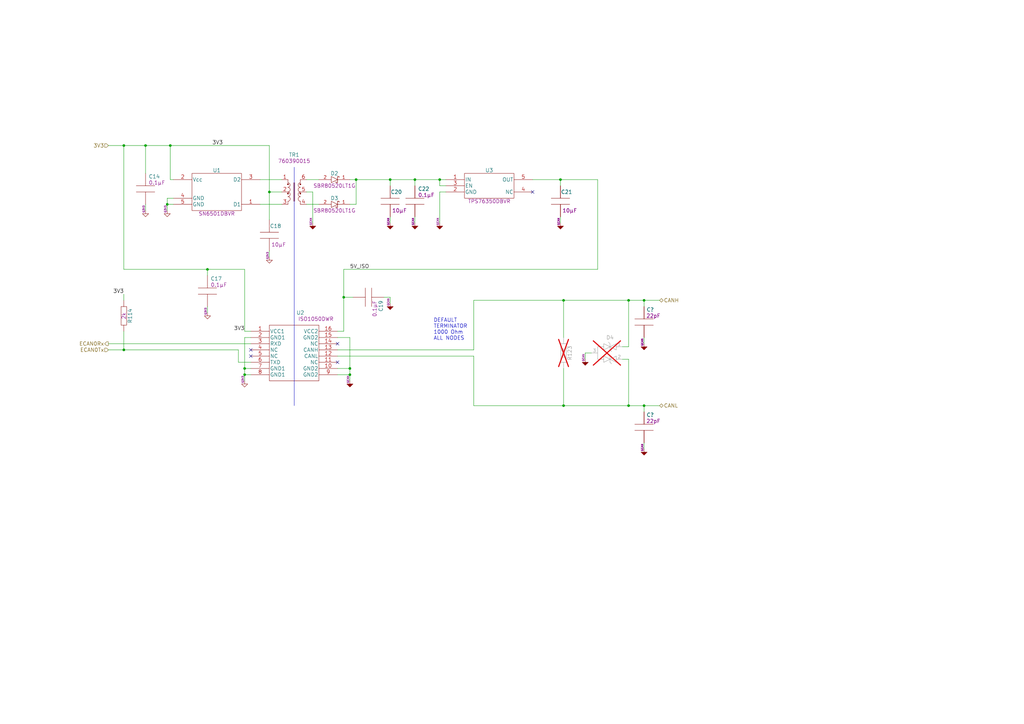
<source format=kicad_sch>
(kicad_sch (version 20230819) (generator eeschema)

  (uuid cd97e481-7a3d-40f4-896a-6ba2df745fd8)

  (paper "A3")

  (title_block
    (title "EOL ECU MIX CARD")
    (date "2023-09-26")
    (rev "0C")
    (company "ARXTRON TECHNOLOGIES")
    (comment 1 "A0180-V0")
    (comment 2 "PRJ22180")
    (comment 3 "EOL ECU RCM8 RCM9")
    (comment 4 "ANTON TOKARSKYI")
  )

  (lib_symbols
    (symbol "Capacitor_AVX:06035C104KAZ2A" (pin_numbers hide) (pin_names (offset 1.016)) (exclude_from_sim no) (in_bom yes) (on_board yes)
      (property "Reference" "C" (at -5.08 1.27 90)
        (effects (font (size 1.524 1.524)) (justify left))
      )
      (property "Value" "06035C104KAZ2A" (at 1.27 -12.7 0)
        (effects (font (size 1.524 1.524)) hide)
      )
      (property "Footprint" "Capacitor_AVX:CAPC1608X90N" (at 1.27 -35.56 0)
        (effects (font (size 1.524 1.524)) hide)
      )
      (property "Datasheet" "" (at 1.27 2.54 0)
        (effects (font (size 1.524 1.524)))
      )
      (property "Description" "CAP CER 0.1UF 50V X7R 0603" (at 0 -17.78 0)
        (effects (font (size 1.524 1.524)) hide)
      )
      (property "Tolerance" "±10%" (at 0 -25.4 0)
        (effects (font (size 1.524 1.524)) hide)
      )
      (property "Nominal" "0.1µF" (at -2.54 1.27 90)
        (effects (font (size 1.524 1.524)) (justify left))
      )
      (property "SupplierDevicePackage" "C0603" (at 0 -30.48 0)
        (effects (font (size 1.524 1.524)) hide)
      )
      (property "Voltage" "50V" (at 0 -22.86 0)
        (effects (font (size 1.524 1.524)) hide)
      )
      (property "SupplierPartNumber" "478-3540-1-ND" (at 1.27 -15.24 0)
        (effects (font (size 1.524 1.524)) hide)
      )
      (property "Supplier" "Digi-Key" (at 0 -33.02 0)
        (effects (font (size 1.524 1.524)) hide)
      )
      (property "ManufacturerPartNumber" "06035C104KAZ2A" (at 1.27 -10.16 0)
        (effects (font (size 1.524 1.524)) hide)
      )
      (property "Manufacturer" "AVX Corporation" (at 1.27 -20.32 0)
        (effects (font (size 1.524 1.524)) hide)
      )
      (property "Type" "X7R" (at 0 -27.94 0)
        (effects (font (size 1.524 1.524)) hide)
      )
      (symbol "06035C104KAZ2A_0_1"
        (polyline
          (pts
            (xy -1.27 3.81)
            (xy -1.27 -3.81)
          )
          (stroke (width 0) (type solid))
          (fill (type none))
        )
        (polyline
          (pts
            (xy 1.27 3.81)
            (xy 1.27 -3.81)
          )
          (stroke (width 0) (type solid))
          (fill (type none))
        )
      )
      (symbol "06035C104KAZ2A_1_1"
        (pin passive line (at -6.35 0 0) (length 5.08)
          (name "~" (effects (font (size 1.27 1.27))))
          (number "1" (effects (font (size 1.27 1.27))))
        )
        (pin passive line (at 6.35 0 180) (length 5.08)
          (name "~" (effects (font (size 1.27 1.27))))
          (number "2" (effects (font (size 1.27 1.27))))
        )
      )
    )
    (symbol "Capacitor_AVX:08055A220JAT2A" (pin_numbers hide) (pin_names (offset 1.016)) (exclude_from_sim no) (in_bom yes) (on_board yes)
      (property "Reference" "C" (at 0 5.08 0)
        (effects (font (size 1.524 1.524)))
      )
      (property "Value" "08055A220JAT2A" (at 0 -11.43 0)
        (effects (font (size 1.524 1.524)) hide)
      )
      (property "Footprint" "Capacitor_AVX:CAPC1608X90N" (at 0 -24.13 0)
        (effects (font (size 1.524 1.524)) hide)
      )
      (property "Datasheet" "" (at 1.27 2.54 0)
        (effects (font (size 1.524 1.524)))
      )
      (property "Description" "CAP CER 22PF 50V C0G/NP0 0805" (at 0 -16.51 0)
        (effects (font (size 1.524 1.524)) hide)
      )
      (property "Nominal" "22pF" (at 0 -6.35 0)
        (effects (font (size 1.524 1.524)))
      )
      (property "SupplierPartNumber" "478-1308-2-ND" (at 0 -13.97 0)
        (effects (font (size 1.524 1.524)) hide)
      )
      (property "Supplier" "Digi-Key" (at 0 -21.59 0)
        (effects (font (size 1.524 1.524)) hide)
      )
      (property "ManufacturerPartNumber" "08055A220JAT2A" (at 0 -8.89 0)
        (effects (font (size 1.524 1.524)) hide)
      )
      (property "Manufacturer" "AVX Corporation" (at 0 -19.05 0)
        (effects (font (size 1.524 1.524)) hide)
      )
      (symbol "08055A220JAT2A_0_1"
        (polyline
          (pts
            (xy -1.27 3.81)
            (xy -1.27 -3.81)
          )
          (stroke (width 0) (type solid))
          (fill (type none))
        )
        (polyline
          (pts
            (xy 1.27 3.81)
            (xy 1.27 -3.81)
          )
          (stroke (width 0) (type solid))
          (fill (type none))
        )
      )
      (symbol "08055A220JAT2A_1_1"
        (pin passive line (at -6.35 0 0) (length 5.08)
          (name "~" (effects (font (size 1.27 1.27))))
          (number "1" (effects (font (size 1.27 1.27))))
        )
        (pin passive line (at 6.35 0 180) (length 5.08)
          (name "~" (effects (font (size 1.27 1.27))))
          (number "2" (effects (font (size 1.27 1.27))))
        )
      )
    )
    (symbol "Capacitor_AVX:12103C106KAT2A" (pin_numbers hide) (pin_names (offset 1.016)) (exclude_from_sim no) (in_bom yes) (on_board yes)
      (property "Reference" "C" (at 0 5.08 0)
        (effects (font (size 1.524 1.524)))
      )
      (property "Value" "12103C106KAT2A" (at 0 -11.43 0)
        (effects (font (size 1.524 1.524)) hide)
      )
      (property "Footprint" "Capacitor_AVX:CAPC3225X94N" (at 0 -34.29 0)
        (effects (font (size 1.524 1.524)) hide)
      )
      (property "Datasheet" "" (at 1.27 2.54 0)
        (effects (font (size 1.524 1.524)))
      )
      (property "Description" "CAP CER 10UF 25V X7R 1210" (at 0 -16.51 0)
        (effects (font (size 1.524 1.524)) hide)
      )
      (property "Tolerance" "10%" (at 0 -31.75 0)
        (effects (font (size 1.524 1.524)) hide)
      )
      (property "Nominal" "10µF" (at 0 -6.35 0)
        (effects (font (size 1.524 1.524)))
      )
      (property "SupplierDevicePackage" "C1210" (at 0 -29.21 0)
        (effects (font (size 1.524 1.524)) hide)
      )
      (property "Voltage" "25V" (at 0 -21.59 0)
        (effects (font (size 1.524 1.524)) hide)
      )
      (property "SupplierPartNumber" "478-5728-1-ND" (at 0 -13.97 0)
        (effects (font (size 1.524 1.524)) hide)
      )
      (property "Supplier" "Digi-Key" (at 0 -24.13 0)
        (effects (font (size 1.524 1.524)) hide)
      )
      (property "ManufacturerPartNumber" "12103C106KAT2A" (at 0 -8.89 0)
        (effects (font (size 1.524 1.524)) hide)
      )
      (property "Manufacturer" "AVX Corporation" (at 0 -19.05 0)
        (effects (font (size 1.524 1.524)) hide)
      )
      (property "Type" "X7R" (at 0 -26.67 0)
        (effects (font (size 1.524 1.524)) hide)
      )
      (symbol "12103C106KAT2A_0_1"
        (polyline
          (pts
            (xy -1.27 3.81)
            (xy -1.27 -3.81)
          )
          (stroke (width 0) (type solid))
          (fill (type none))
        )
        (polyline
          (pts
            (xy 1.27 3.81)
            (xy 1.27 -3.81)
          )
          (stroke (width 0) (type solid))
          (fill (type none))
        )
      )
      (symbol "12103C106KAT2A_1_1"
        (pin passive line (at -6.35 0 0) (length 5.08)
          (name "~" (effects (font (size 1.27 1.27))))
          (number "1" (effects (font (size 1.27 1.27))))
        )
        (pin passive line (at 6.35 0 180) (length 5.08)
          (name "~" (effects (font (size 1.27 1.27))))
          (number "2" (effects (font (size 1.27 1.27))))
        )
      )
    )
    (symbol "OnSemiconductor:SBR80520LT1G" (pin_names (offset 1.016) hide) (exclude_from_sim no) (in_bom yes) (on_board yes)
      (property "Reference" "D" (at 0 2.54 0)
        (effects (font (size 1.524 1.524)))
      )
      (property "Value" "SBR80520LT1G" (at 0 -6.35 0)
        (effects (font (size 1.524 1.524)) hide)
      )
      (property "Footprint" "_OnSemiconductor:SOD3716X118" (at 0 -21.59 0)
        (effects (font (size 1.27 1.27)) hide)
      )
      (property "Datasheet" "" (at 0 3.81 0)
        (effects (font (size 1.27 1.27)))
      )
      (property "Description" "DIODE SCHOTTKY 20V 500MA SOD123" (at 1.27 -11.43 0)
        (effects (font (size 1.524 1.524)) hide)
      )
      (property "Supplier" "Digi-Key" (at 0 -16.51 0)
        (effects (font (size 1.524 1.524)) hide)
      )
      (property "ManufacturerPartNumber" "SBR80520LT1G" (at 0 -3.81 0)
        (effects (font (size 1.524 1.524)))
      )
      (property "SupplierPartNumber" "SBR80520LT1GOSTR-ND" (at 0 -8.89 0)
        (effects (font (size 1.524 1.524)) hide)
      )
      (property "Manufacturer" "ON Semiconductor" (at 0 -13.97 0)
        (effects (font (size 1.524 1.524)) hide)
      )
      (property "SupplierDevicePackage" "SOD-123" (at 0 -19.05 0)
        (effects (font (size 1.524 1.524)) hide)
      )
      (symbol "SBR80520LT1G_0_1"
        (polyline
          (pts
            (xy -1.27 1.27)
            (xy -1.27 -1.27)
          )
          (stroke (width 0) (type solid))
          (fill (type none))
        )
        (polyline
          (pts
            (xy -1.27 1.27)
            (xy 1.27 0)
            (xy -1.27 -1.27)
          )
          (stroke (width 0) (type solid))
          (fill (type none))
        )
        (polyline
          (pts
            (xy 1.905 0.889)
            (xy 1.905 1.27)
            (xy 1.27 1.27)
            (xy 1.27 -1.27)
            (xy 0.635 -1.27)
            (xy 0.635 -0.889)
          )
          (stroke (width 0.2032) (type solid))
          (fill (type none))
        )
      )
      (symbol "SBR80520LT1G_1_1"
        (pin passive line (at 6.35 0 180) (length 5.08)
          (name "K" (effects (font (size 1.27 1.27))))
          (number "1" (effects (font (size 1.27 1.27))))
        )
        (pin passive line (at -6.35 0 0) (length 5.08)
          (name "A" (effects (font (size 1.27 1.27))))
          (number "2" (effects (font (size 1.27 1.27))))
        )
      )
    )
    (symbol "Resistor_Yageo:RC0603FR-071KL" (pin_numbers hide) (pin_names (offset 1.016)) (exclude_from_sim no) (in_bom yes) (on_board yes)
      (property "Reference" "R" (at 0 2.54 0)
        (effects (font (size 1.524 1.524)))
      )
      (property "Value" "RC0603FR-071KL" (at 0 -2.54 0)
        (effects (font (size 1.524 1.524)) hide)
      )
      (property "Footprint" "Resistor_Yageo_RC:RESC1608X65N" (at 0 -22.86 0)
        (effects (font (size 1.524 1.524)) hide)
      )
      (property "Datasheet" "" (at -1.27 0 0)
        (effects (font (size 1.524 1.524)) hide)
      )
      (property "Description" "RES SMD 1K OHM 1% 1/10W 0603" (at 0 -10.16 0)
        (effects (font (size 1.524 1.524)) hide)
      )
      (property "Nominal" "1K" (at 0 0 0)
        (effects (font (size 1.524 1.524)))
      )
      (property "Power" "1/10W" (at 0 -15.24 0)
        (effects (font (size 1.524 1.524)) hide)
      )
      (property "Supplier" "Digi-Key" (at 0 -20.32 0)
        (effects (font (size 1.524 1.524)) hide)
      )
      (property "ManufacturerPartNumber" "RC0603FR-071KL" (at 0 -5.08 0)
        (effects (font (size 1.524 1.524)) hide)
      )
      (property "SupplierDevicePackage" "R0603" (at 0 -17.78 0)
        (effects (font (size 1.524 1.524)) hide)
      )
      (property "SupplierPartNumber" "311-1.00KHRTR-ND" (at 0 -7.62 0)
        (effects (font (size 1.524 1.524)) hide)
      )
      (property "Manufacturer" "Yageo" (at 0 -12.7 0)
        (effects (font (size 1.524 1.524)) hide)
      )
      (symbol "RC0603FR-071KL_1_1"
        (polyline
          (pts
            (xy -3.81 1.143)
            (xy 3.81 1.143)
            (xy 3.81 -1.143)
            (xy -3.81 -1.143)
            (xy -3.81 1.143)
          )
          (stroke (width 0) (type solid))
          (fill (type none))
        )
        (pin passive line (at -6.35 0 0) (length 2.54)
          (name "~" (effects (font (size 1.27 1.27))))
          (number "1" (effects (font (size 1.27 1.27))))
        )
        (pin passive line (at 6.35 0 180) (length 2.54)
          (name "~" (effects (font (size 1.27 1.27))))
          (number "2" (effects (font (size 1.27 1.27))))
        )
      )
    )
    (symbol "Resistor_Yageo:RC0805FR-072KL" (pin_numbers hide) (pin_names (offset 1.016) hide) (exclude_from_sim no) (in_bom yes) (on_board yes)
      (property "Reference" "R" (at 0 2.54 0)
        (effects (font (size 1.524 1.524)))
      )
      (property "Value" "RC0805FR-072KL" (at 0 -20.32 0)
        (effects (font (size 1.524 1.524)) hide)
      )
      (property "Footprint" "Resistor_Yageo_RC:RESC2012X65N" (at 0 -25.4 0)
        (effects (font (size 1.524 1.524)) hide)
      )
      (property "Datasheet" "" (at 0 2.54 0)
        (effects (font (size 1.524 1.524)))
      )
      (property "Description" "RES SMD 2K OHM 1% 1/8W 0805" (at 0 -7.62 0)
        (effects (font (size 1.524 1.524)) hide)
      )
      (property "SupplierDevicePackage" "R0805" (at 0.635 -12.7 0)
        (effects (font (size 1.524 1.524)) hide)
      )
      (property "ManufacturerPartNumber" "RC0805FR-072KL" (at 0 -3.175 0)
        (effects (font (size 1.524 1.524)) hide)
      )
      (property "SupplierPartNumber" "311-2.00KCRCT-ND" (at 0 -22.86 0)
        (effects (font (size 1.524 1.524)) hide)
      )
      (property "Supplier" "Digi-Key" (at 0 -5.08 0)
        (effects (font (size 1.524 1.524)) hide)
      )
      (property "Power" "1/8W" (at 0.635 -17.78 0)
        (effects (font (size 1.524 1.524)) hide)
      )
      (property "Nominal" "2k" (at 0 0 0)
        (effects (font (size 1.524 1.524)))
      )
      (property "Manufacturer" "Yageo" (at 0 -10.16 0)
        (effects (font (size 1.524 1.524)) hide)
      )
      (property "Tolerance" "1%" (at 0 -15.24 0)
        (effects (font (size 1.524 1.524)) hide)
      )
      (property "ki_keywords" "Resistor 2k" (at 0 0 0)
        (effects (font (size 1.27 1.27)) hide)
      )
      (symbol "RC0805FR-072KL_1_1"
        (polyline
          (pts
            (xy -3.81 1.143)
            (xy 3.81 1.143)
            (xy 3.81 -1.143)
            (xy -3.81 -1.143)
            (xy -3.81 1.143)
          )
          (stroke (width 0) (type solid))
          (fill (type none))
        )
        (pin passive line (at -6.35 0 0) (length 2.54)
          (name "~" (effects (font (size 1.27 1.27))))
          (number "1" (effects (font (size 1.27 1.27))))
        )
        (pin passive line (at 6.35 0 180) (length 2.54)
          (name "~" (effects (font (size 1.27 1.27))))
          (number "2" (effects (font (size 1.27 1.27))))
        )
      )
    )
    (symbol "STMicroelectronics:ESDCAN05-2BWY" (pin_names (offset 1.016) hide) (exclude_from_sim no) (in_bom yes) (on_board yes)
      (property "Reference" "D" (at 0 6.35 0)
        (effects (font (size 1.524 1.524)))
      )
      (property "Value" "ESDCAN05-2BWY" (at 0 -8.89 0)
        (effects (font (size 1.524 1.524)) hide)
      )
      (property "Footprint" "_STMicroelectronics:SOT65P210X110-3" (at 0 -24.13 0)
        (effects (font (size 1.524 1.524)) hide)
      )
      (property "Datasheet" "" (at -1.27 -1.27 0)
        (effects (font (size 1.27 1.27)))
      )
      (property "Description" "TVS DIODE 36V 61V SOT323-3" (at 0 -13.97 0)
        (effects (font (size 1.524 1.524)) hide)
      )
      (property "Supplier" "Digi-Key" (at 0 -19.05 0)
        (effects (font (size 1.524 1.524)) hide)
      )
      (property "ManufacturerPartNumber" "ESDCAN05-2BWY" (at 0 -6.35 0)
        (effects (font (size 1.524 1.524)))
      )
      (property "SupplierPartNumber" "497-17303-1-ND" (at 0 -11.43 0)
        (effects (font (size 1.524 1.524)) hide)
      )
      (property "Manufacturer" "STMicroelectronics" (at 0 -16.51 0)
        (effects (font (size 1.524 1.524)) hide)
      )
      (property "SupplierDevicePackage" "SOT23" (at 0 -21.59 0)
        (effects (font (size 1.524 1.524)) hide)
      )
      (symbol "ESDCAN05-2BWY_0_1"
        (polyline
          (pts
            (xy -2.54 -1.27)
            (xy -2.54 -3.81)
          )
          (stroke (width 0) (type solid))
          (fill (type none))
        )
        (polyline
          (pts
            (xy -2.54 3.81)
            (xy -2.54 1.27)
          )
          (stroke (width 0) (type solid))
          (fill (type none))
        )
        (polyline
          (pts
            (xy 0 -3.81)
            (xy -0.635 -4.445)
          )
          (stroke (width 0) (type solid))
          (fill (type none))
        )
        (polyline
          (pts
            (xy 0 -2.54)
            (xy 0 -3.81)
          )
          (stroke (width 0) (type solid))
          (fill (type none))
        )
        (polyline
          (pts
            (xy 0 1.27)
            (xy -0.635 0.635)
          )
          (stroke (width 0) (type solid))
          (fill (type none))
        )
        (polyline
          (pts
            (xy 0 2.54)
            (xy 0 1.27)
          )
          (stroke (width 0) (type solid))
          (fill (type none))
        )
        (polyline
          (pts
            (xy 2.54 -3.81)
            (xy 2.54 -1.27)
          )
          (stroke (width 0) (type solid))
          (fill (type none))
        )
        (polyline
          (pts
            (xy 2.54 1.27)
            (xy 2.54 3.81)
          )
          (stroke (width 0) (type solid))
          (fill (type none))
        )
        (polyline
          (pts
            (xy -2.54 -1.27)
            (xy 0 -2.54)
            (xy -2.54 -3.81)
          )
          (stroke (width 0) (type solid))
          (fill (type none))
        )
        (polyline
          (pts
            (xy -2.54 3.81)
            (xy 0 2.54)
            (xy -2.54 1.27)
          )
          (stroke (width 0) (type solid))
          (fill (type none))
        )
        (polyline
          (pts
            (xy 0 -2.54)
            (xy 0 -1.27)
            (xy 0.635 -0.635)
          )
          (stroke (width 0) (type solid))
          (fill (type none))
        )
        (polyline
          (pts
            (xy 0 2.54)
            (xy 0 3.81)
            (xy 0.635 4.445)
          )
          (stroke (width 0) (type solid))
          (fill (type none))
        )
        (polyline
          (pts
            (xy 2.54 -3.81)
            (xy 0 -2.54)
            (xy 2.54 -1.27)
          )
          (stroke (width 0) (type solid))
          (fill (type none))
        )
        (polyline
          (pts
            (xy 2.54 1.27)
            (xy 0 2.54)
            (xy 2.54 3.81)
          )
          (stroke (width 0) (type solid))
          (fill (type none))
        )
        (polyline
          (pts
            (xy 2.54 2.54)
            (xy 5.08 2.54)
            (xy 5.08 -2.54)
            (xy 2.54 -2.54)
          )
          (stroke (width 0) (type solid))
          (fill (type none))
        )
      )
      (symbol "ESDCAN05-2BWY_1_1"
        (pin passive line (at -5.08 2.54 0) (length 2.54)
          (name "~" (effects (font (size 1.27 1.27))))
          (number "1" (effects (font (size 1.27 1.27))))
        )
        (pin passive line (at -5.08 -2.54 0) (length 2.54)
          (name "~" (effects (font (size 1.27 1.27))))
          (number "2" (effects (font (size 1.27 1.27))))
        )
        (pin passive line (at 7.62 0 180) (length 2.54)
          (name "~" (effects (font (size 1.27 1.27))))
          (number "3" (effects (font (size 1.27 1.27))))
        )
      )
    )
    (symbol "TI:ISO1050DWR" (pin_names (offset 0.254)) (exclude_from_sim no) (in_bom yes) (on_board yes)
      (property "Reference" "U" (at 0 20.32 0)
        (effects (font (size 1.524 1.524)))
      )
      (property "Value" "ISO1050DWR" (at 0 -7.62 0)
        (effects (font (size 1.524 1.524)) hide)
      )
      (property "Footprint" "_TI:SOIC127P1030X265-16" (at 0 -20.32 0)
        (effects (font (size 1.524 1.524)) hide)
      )
      (property "Datasheet" "" (at 0 5.08 0)
        (effects (font (size 1.524 1.524)))
      )
      (property "Description" "IC TXRX ISOLATED CAN 5V 16SOIC" (at 0 -15.24 0)
        (effects (font (size 1.524 1.524)) hide)
      )
      (property "SupplierDevicePackage" "16-SOIC (0.295mil 7.50mm Width)" (at 0 -17.78 0)
        (effects (font (size 1.524 1.524)) hide)
      )
      (property "SupplierPartNumber" "296-41267-1-ND" (at 0 -10.16 0)
        (effects (font (size 1.524 1.524)) hide)
      )
      (property "Supplier" "Digi-Key" (at 0 -22.86 0)
        (effects (font (size 1.524 1.524)) hide)
      )
      (property "ManufacturerPartNumber" "ISO1050DWR" (at 0 -5.08 0)
        (effects (font (size 1.524 1.524)))
      )
      (property "Manufacturer" "Texas Instruments" (at 0 -12.7 0)
        (effects (font (size 1.524 1.524)) hide)
      )
      (symbol "ISO1050DWR_0_1"
        (rectangle (start -10.16 19.05) (end 10.16 -3.81)
          (stroke (width 0) (type solid))
          (fill (type none))
        )
      )
      (symbol "ISO1050DWR_1_1"
        (pin passive line (at -17.78 16.51 0) (length 7.62)
          (name "VCC1" (effects (font (size 1.524 1.524))))
          (number "1" (effects (font (size 1.524 1.524))))
        )
        (pin passive line (at 17.78 1.27 180) (length 7.62)
          (name "GND2" (effects (font (size 1.524 1.524))))
          (number "10" (effects (font (size 1.524 1.524))))
        )
        (pin passive line (at 17.78 3.81 180) (length 7.62)
          (name "NC" (effects (font (size 1.524 1.524))))
          (number "11" (effects (font (size 1.524 1.524))))
        )
        (pin passive line (at 17.78 6.35 180) (length 7.62)
          (name "CANL" (effects (font (size 1.524 1.524))))
          (number "12" (effects (font (size 1.524 1.524))))
        )
        (pin passive line (at 17.78 8.89 180) (length 7.62)
          (name "CANH" (effects (font (size 1.524 1.524))))
          (number "13" (effects (font (size 1.524 1.524))))
        )
        (pin passive line (at 17.78 11.43 180) (length 7.62)
          (name "NC" (effects (font (size 1.524 1.524))))
          (number "14" (effects (font (size 1.524 1.524))))
        )
        (pin passive line (at 17.78 13.97 180) (length 7.62)
          (name "GND2" (effects (font (size 1.524 1.524))))
          (number "15" (effects (font (size 1.524 1.524))))
        )
        (pin passive line (at 17.78 16.51 180) (length 7.62)
          (name "VCC2" (effects (font (size 1.524 1.524))))
          (number "16" (effects (font (size 1.524 1.524))))
        )
        (pin passive line (at -17.78 13.97 0) (length 7.62)
          (name "GND1" (effects (font (size 1.524 1.524))))
          (number "2" (effects (font (size 1.524 1.524))))
        )
        (pin passive line (at -17.78 11.43 0) (length 7.62)
          (name "RXD" (effects (font (size 1.524 1.524))))
          (number "3" (effects (font (size 1.524 1.524))))
        )
        (pin passive line (at -17.78 8.89 0) (length 7.62)
          (name "NC" (effects (font (size 1.524 1.524))))
          (number "4" (effects (font (size 1.524 1.524))))
        )
        (pin passive line (at -17.78 6.35 0) (length 7.62)
          (name "NC" (effects (font (size 1.524 1.524))))
          (number "5" (effects (font (size 1.524 1.524))))
        )
        (pin passive line (at -17.78 3.81 0) (length 7.62)
          (name "TXD" (effects (font (size 1.524 1.524))))
          (number "6" (effects (font (size 1.524 1.524))))
        )
        (pin passive line (at -17.78 1.27 0) (length 7.62)
          (name "GND1" (effects (font (size 1.524 1.524))))
          (number "7" (effects (font (size 1.524 1.524))))
        )
        (pin passive line (at -17.78 -1.27 0) (length 7.62)
          (name "GND1" (effects (font (size 1.524 1.524))))
          (number "8" (effects (font (size 1.524 1.524))))
        )
        (pin passive line (at 17.78 -1.27 180) (length 7.62)
          (name "GND2" (effects (font (size 1.524 1.524))))
          (number "9" (effects (font (size 1.524 1.524))))
        )
      )
    )
    (symbol "TI:SN6501DBVR" (pin_names (offset 0.254)) (exclude_from_sim no) (in_bom yes) (on_board yes)
      (property "Reference" "U" (at 0 19.05 0)
        (effects (font (size 1.524 1.524)))
      )
      (property "Value" "SN6501DBVR" (at 0 -2.54 0)
        (effects (font (size 1.524 1.524)) hide)
      )
      (property "Footprint" "_TI:SOT95P280X145-5N" (at 0 -15.24 0)
        (effects (font (size 1.524 1.524)) hide)
      )
      (property "Datasheet" "" (at 0 5.08 0)
        (effects (font (size 1.524 1.524)))
      )
      (property "Description" "IC REG CONV PWR SUPPLIES SOT23-5" (at 0 -10.16 0)
        (effects (font (size 1.524 1.524)) hide)
      )
      (property "SupplierDevicePackage" "SOT-23-5" (at 0 -12.7 0)
        (effects (font (size 1.524 1.524)) hide)
      )
      (property "SupplierPartNumber" "296-37700-1-ND" (at 0 -5.08 0)
        (effects (font (size 1.524 1.524)) hide)
      )
      (property "Supplier" "Digi-Key" (at 0 -17.78 0)
        (effects (font (size 1.524 1.524)) hide)
      )
      (property "ManufacturerPartNumber" "SN6501DBVR" (at 0 1.27 0)
        (effects (font (size 1.524 1.524)))
      )
      (property "Manufacturer" "Texas Instruments" (at 0 -7.62 0)
        (effects (font (size 1.524 1.524)) hide)
      )
      (symbol "SN6501DBVR_0_1"
        (rectangle (start -10.16 17.78) (end 10.16 2.54)
          (stroke (width 0) (type solid))
          (fill (type none))
        )
      )
      (symbol "SN6501DBVR_1_1"
        (pin passive line (at 17.78 5.08 180) (length 7.62)
          (name "D1" (effects (font (size 1.524 1.524))))
          (number "1" (effects (font (size 1.524 1.524))))
        )
        (pin passive line (at -17.78 15.24 0) (length 7.62)
          (name "Vcc" (effects (font (size 1.524 1.524))))
          (number "2" (effects (font (size 1.524 1.524))))
        )
        (pin passive line (at 17.78 15.24 180) (length 7.62)
          (name "D2" (effects (font (size 1.524 1.524))))
          (number "3" (effects (font (size 1.524 1.524))))
        )
        (pin passive line (at -17.78 7.62 0) (length 7.62)
          (name "GND" (effects (font (size 1.524 1.524))))
          (number "4" (effects (font (size 1.524 1.524))))
        )
        (pin passive line (at -17.78 5.08 0) (length 7.62)
          (name "GND" (effects (font (size 1.524 1.524))))
          (number "5" (effects (font (size 1.524 1.524))))
        )
      )
    )
    (symbol "TI:TPS76350DBVR" (pin_names (offset 0.254)) (exclude_from_sim no) (in_bom yes) (on_board yes)
      (property "Reference" "U" (at 0 12.7 0)
        (effects (font (size 1.524 1.524)))
      )
      (property "Value" "TPS76350DBVR" (at 0 -2.54 0)
        (effects (font (size 1.524 1.524)) hide)
      )
      (property "Footprint" "_TI:SOT95P280X145-5N" (at 0 -15.24 0)
        (effects (font (size 1.524 1.524)) hide)
      )
      (property "Datasheet" "" (at 0 -2.54 0)
        (effects (font (size 1.524 1.524)))
      )
      (property "Description" "IC REG LINEAR 5V 150MA SOT23-5" (at 0 -10.16 0)
        (effects (font (size 1.524 1.524)) hide)
      )
      (property "SupplierDevicePackage" "SOT-23-5" (at 0 -12.7 0)
        (effects (font (size 1.524 1.524)) hide)
      )
      (property "SupplierPartNumber" "296-11023-1-ND" (at 0 -5.08 0)
        (effects (font (size 1.524 1.524)) hide)
      )
      (property "Supplier" "Digi-Key" (at 0 -17.78 0)
        (effects (font (size 1.524 1.524)) hide)
      )
      (property "ManufacturerPartNumber" "TPS76350DBVR" (at 0 0 0)
        (effects (font (size 1.524 1.524)))
      )
      (property "Manufacturer" "Texas Instruments" (at 0 -7.62 0)
        (effects (font (size 1.524 1.524)) hide)
      )
      (symbol "TPS76350DBVR_0_1"
        (rectangle (start -10.16 11.43) (end 10.16 1.27)
          (stroke (width 0) (type solid))
          (fill (type none))
        )
      )
      (symbol "TPS76350DBVR_1_1"
        (pin passive line (at -17.78 8.89 0) (length 7.62)
          (name "IN" (effects (font (size 1.524 1.524))))
          (number "1" (effects (font (size 1.524 1.524))))
        )
        (pin passive line (at -17.78 3.81 0) (length 7.62)
          (name "GND" (effects (font (size 1.524 1.524))))
          (number "2" (effects (font (size 1.524 1.524))))
        )
        (pin passive line (at -17.78 6.35 0) (length 7.62)
          (name "EN" (effects (font (size 1.524 1.524))))
          (number "3" (effects (font (size 1.524 1.524))))
        )
        (pin passive line (at 17.78 3.81 180) (length 7.62)
          (name "NC" (effects (font (size 1.524 1.524))))
          (number "4" (effects (font (size 1.524 1.524))))
        )
        (pin passive line (at 17.78 8.89 180) (length 7.62)
          (name "OUT" (effects (font (size 1.524 1.524))))
          (number "5" (effects (font (size 1.524 1.524))))
        )
      )
    )
    (symbol "Wurth:760390015" (pin_names (offset 0.254)) (exclude_from_sim no) (in_bom yes) (on_board yes)
      (property "Reference" "TR" (at 0 8.89 0)
        (effects (font (size 1.524 1.524)))
      )
      (property "Value" "760390015" (at 0.635 -9.525 0)
        (effects (font (size 1.524 1.524)) hide)
      )
      (property "Footprint" "_Wurth:WURTH_760390015" (at 0 -25.4 0)
        (effects (font (size 1.524 1.524)) hide)
      )
      (property "Datasheet" "" (at 0.635 -6.35 90)
        (effects (font (size 1.524 1.524)))
      )
      (property "Description" "Forward Push-Pull Converters For For DC/DC Converters SMPS Transformer 3125Vrms Isolation 10kHz Surface Mount" (at 0.635 -14.605 0)
        (effects (font (size 1.524 1.524)) hide)
      )
      (property "SupplierDevicePackage" "0.265\" L x 0.281\" W (6.73mm x 7.14mm)" (at 1.905 -19.685 0)
        (effects (font (size 1.524 1.524)) hide)
      )
      (property "SupplierPartNumber" "732-4459-1-ND" (at 0.635 -12.065 0)
        (effects (font (size 1.524 1.524)) hide)
      )
      (property "Supplier" "Digi-Key" (at 1.905 -22.225 0)
        (effects (font (size 1.524 1.524)) hide)
      )
      (property "ManufacturerPartNumber" "760390015" (at 0.635 -6.985 0)
        (effects (font (size 1.524 1.524)))
      )
      (property "Manufacturer" "Wurth Electronics Inc." (at 0.635 -17.145 0)
        (effects (font (size 1.524 1.524)) hide)
      )
      (symbol "760390015_0_1"
        (circle (center -2.54 3.175) (radius 0.254)
          (stroke (width 0) (type solid))
          (fill (type outline))
        )
        (polyline
          (pts
            (xy -2.54 -3.81)
            (xy -2.54 -5.08)
          )
          (stroke (width 0) (type solid))
          (fill (type none))
        )
        (polyline
          (pts
            (xy -2.54 3.81)
            (xy -2.54 5.08)
          )
          (stroke (width 0) (type solid))
          (fill (type none))
        )
        (polyline
          (pts
            (xy -0.254 -3.81)
            (xy -0.254 3.81)
          )
          (stroke (width 0) (type solid))
          (fill (type none))
        )
        (polyline
          (pts
            (xy 0.254 3.81)
            (xy 0.254 -3.81)
          )
          (stroke (width 0) (type solid))
          (fill (type none))
        )
        (polyline
          (pts
            (xy 2.54 -3.81)
            (xy 2.54 -5.08)
          )
          (stroke (width 0) (type solid))
          (fill (type none))
        )
        (polyline
          (pts
            (xy 2.54 3.81)
            (xy 2.54 5.08)
          )
          (stroke (width 0) (type solid))
          (fill (type none))
        )
        (circle (center 2.54 3.175) (radius 0.254)
          (stroke (width 0) (type solid))
          (fill (type outline))
        )
      )
      (symbol "760390015_1_1"
        (arc (start -2.54 -3.81) (mid -1.6243 -2.8455) (end -2.54 -1.905)
          (stroke (width 0) (type solid))
          (fill (type none))
        )
        (arc (start -2.54 -1.905) (mid -1.648 -0.9408) (end -2.54 0)
          (stroke (width 0) (type solid))
          (fill (type none))
        )
        (circle (center -2.54 -0.635) (radius 0.254)
          (stroke (width 0) (type solid))
          (fill (type outline))
        )
        (arc (start -2.54 0) (mid -1.6496 0.9405) (end -2.54 1.905)
          (stroke (width 0) (type solid))
          (fill (type none))
        )
        (arc (start -2.54 1.905) (mid -1.6733 2.8458) (end -2.54 3.81)
          (stroke (width 0) (type solid))
          (fill (type none))
        )
        (arc (start 2.54 -1.905) (mid 1.6496 -2.8455) (end 2.54 -3.81)
          (stroke (width 0) (type solid))
          (fill (type none))
        )
        (circle (center 2.54 -0.635) (radius 0.254)
          (stroke (width 0) (type solid))
          (fill (type outline))
        )
        (arc (start 2.54 0) (mid 1.6733 -0.9408) (end 2.54 -1.905)
          (stroke (width 0) (type solid))
          (fill (type none))
        )
        (arc (start 2.54 1.905) (mid 1.6243 0.9405) (end 2.54 0)
          (stroke (width 0) (type solid))
          (fill (type none))
        )
        (arc (start 2.54 3.81) (mid 1.648 2.8458) (end 2.54 1.905)
          (stroke (width 0) (type solid))
          (fill (type none))
        )
        (pin passive line (at -5.08 5.08 0) (length 2.54)
          (name "~" (effects (font (size 1.524 1.524))))
          (number "1" (effects (font (size 1.524 1.524))))
        )
        (pin passive line (at -5.08 0 0) (length 2.54)
          (name "~" (effects (font (size 1.524 1.524))))
          (number "2" (effects (font (size 1.524 1.524))))
        )
        (pin passive line (at -5.08 -5.08 0) (length 2.54)
          (name "~" (effects (font (size 1.524 1.524))))
          (number "3" (effects (font (size 1.524 1.524))))
        )
        (pin passive line (at 5.08 -5.08 180) (length 2.54)
          (name "~" (effects (font (size 1.524 1.524))))
          (number "4" (effects (font (size 1.524 1.524))))
        )
        (pin passive line (at 5.08 0 180) (length 2.54)
          (name "~" (effects (font (size 1.524 1.524))))
          (number "5" (effects (font (size 1.524 1.524))))
        )
        (pin passive line (at 5.08 5.08 180) (length 2.54)
          (name "~" (effects (font (size 1.524 1.524))))
          (number "6" (effects (font (size 1.524 1.524))))
        )
      )
    )
    (symbol "_power_symbol:GND_3V3" (power) (pin_names (offset 0)) (exclude_from_sim no) (in_bom yes) (on_board yes)
      (property "Reference" "#PWR" (at 0 -6.35 0)
        (effects (font (size 1.27 1.27)) hide)
      )
      (property "Value" "GND_3V3" (at 0 -3.81 0)
        (effects (font (size 1.27 1.27)) hide)
      )
      (property "Footprint" "" (at 0 0 0)
        (effects (font (size 1.27 1.27)))
      )
      (property "Datasheet" "" (at 0 0 0)
        (effects (font (size 1.27 1.27)))
      )
      (property "Description" "" (at 0 0 0)
        (effects (font (size 1.27 1.27)) hide)
      )
      (property "ShortName" "G3V3" (at -0.762 0.635 90)
        (effects (font (size 0.762 0.762)))
      )
      (symbol "GND_3V3_0_1"
        (polyline
          (pts
            (xy 0 0)
            (xy 0 -1.27)
            (xy 1.27 -1.27)
            (xy 0 -2.54)
            (xy -1.27 -1.27)
            (xy 0 -1.27)
          )
          (stroke (width 0) (type solid))
          (fill (type none))
        )
      )
      (symbol "GND_3V3_1_1"
        (pin power_in line (at 0 0 270) (length 0) hide
          (name "GNDD" (effects (font (size 1.27 1.27))))
          (number "1" (effects (font (size 1.27 1.27))))
        )
      )
    )
    (symbol "_power_symbol:GND_CAN" (power) (pin_names (offset 0)) (exclude_from_sim no) (in_bom yes) (on_board yes)
      (property "Reference" "#PWR" (at 0 -6.35 0)
        (effects (font (size 1.27 1.27)) hide)
      )
      (property "Value" "GND_CAN" (at 0 -8.89 0)
        (effects (font (size 1.27 1.27)) hide)
      )
      (property "Footprint" "" (at 0 0 0)
        (effects (font (size 1.27 1.27)))
      )
      (property "Datasheet" "" (at 0 0 0)
        (effects (font (size 1.27 1.27)))
      )
      (property "Description" "" (at 0 0 0)
        (effects (font (size 1.27 1.27)) hide)
      )
      (property "Name" "GND_CAN" (at 0 -3.81 0)
        (effects (font (size 1.27 1.27)) hide)
      )
      (property "ShortName" "GCAN" (at -0.762 0.635 90)
        (effects (font (size 0.762 0.762)))
      )
      (symbol "GND_CAN_0_1"
        (polyline
          (pts
            (xy 0 0)
            (xy 0 -1.27)
            (xy 1.27 -1.27)
            (xy 0 -2.54)
            (xy -1.27 -1.27)
            (xy 0 -1.27)
          )
          (stroke (width 0) (type solid))
          (fill (type outline))
        )
      )
      (symbol "GND_CAN_1_1"
        (pin power_in line (at 0 0 270) (length 0) hide
          (name "GND_CAN" (effects (font (size 1.27 1.27))))
          (number "1" (effects (font (size 1.27 1.27))))
        )
      )
    )
  )

  (junction (at 100.33 153.67) (diameter 0) (color 0 0 0 0)
    (uuid 069248c5-bd07-43a7-b66d-ed16bff1a382)
  )
  (junction (at 85.09 110.49) (diameter 0) (color 0 0 0 0)
    (uuid 0c6c726a-0775-429d-afcc-9cbff0390ee6)
  )
  (junction (at 140.97 121.92) (diameter 0) (color 0 0 0 0)
    (uuid 1076f1eb-f9b7-4a47-939d-20a160854342)
  )
  (junction (at 69.85 59.69) (diameter 0) (color 0 0 0 0)
    (uuid 160e7b38-2a5d-42ba-8f02-c80316b3b45f)
  )
  (junction (at 180.34 73.66) (diameter 0) (color 0 0 0 0)
    (uuid 2f8a46a3-a89c-45b7-9908-82313b84e0d2)
  )
  (junction (at 50.8 59.69) (diameter 0) (color 0 0 0 0)
    (uuid 321c3b5d-8567-410b-a7a1-fb54f6ed4ce5)
  )
  (junction (at 257.81 123.19) (diameter 0) (color 0 0 0 0)
    (uuid 3f2ea109-c2e1-4e84-8877-ac002d48ea27)
  )
  (junction (at 110.49 78.74) (diameter 0) (color 0 0 0 0)
    (uuid 5934e2cf-39b8-44ff-bad1-ec67a9d6dc14)
  )
  (junction (at 143.51 151.13) (diameter 0) (color 0 0 0 0)
    (uuid 691fe5bf-3943-434e-8d26-a1ec6937e16b)
  )
  (junction (at 170.18 73.66) (diameter 0) (color 0 0 0 0)
    (uuid 7746b1b4-e3b1-4207-96ee-094a02e879c5)
  )
  (junction (at 143.51 153.67) (diameter 0) (color 0 0 0 0)
    (uuid 787125f5-cf24-42a3-af7d-565a9c5e379e)
  )
  (junction (at 257.81 166.37) (diameter 0) (color 0 0 0 0)
    (uuid 90b4b7f6-bacd-46f7-941f-cf32b9d44607)
  )
  (junction (at 231.14 166.37) (diameter 0) (color 0 0 0 0)
    (uuid 91ef5996-e139-448b-b6d4-8f8c5351e3f5)
  )
  (junction (at 264.16 123.19) (diameter 0) (color 0 0 0 0)
    (uuid 9a03a47f-94df-41bf-98d8-cf63ae4fac39)
  )
  (junction (at 100.33 151.13) (diameter 0) (color 0 0 0 0)
    (uuid ac918d58-a4af-479d-a284-9ba9678d08b6)
  )
  (junction (at 68.58 83.82) (diameter 0) (color 0 0 0 0)
    (uuid ba786e9c-2276-4de8-a474-1e4cca359fe0)
  )
  (junction (at 264.16 166.37) (diameter 0) (color 0 0 0 0)
    (uuid bed108e1-e710-4003-8587-61ed4b275e76)
  )
  (junction (at 160.02 73.66) (diameter 0) (color 0 0 0 0)
    (uuid c446a38a-f35f-49c9-9607-a6a9ba13a6fb)
  )
  (junction (at 229.87 73.66) (diameter 0) (color 0 0 0 0)
    (uuid c9b66541-e42f-44b6-b97e-d96a23467b6a)
  )
  (junction (at 146.05 73.66) (diameter 0) (color 0 0 0 0)
    (uuid d3427f95-3a8c-47a5-9f10-c0fda11d33b3)
  )
  (junction (at 50.8 143.51) (diameter 0) (color 0 0 0 0)
    (uuid dbf343f7-f0b9-487c-b4ce-427ce10bea98)
  )
  (junction (at 59.69 59.69) (diameter 0) (color 0 0 0 0)
    (uuid eff60e7c-8ffa-425a-b345-38088ac3caf1)
  )
  (junction (at 231.14 123.19) (diameter 0) (color 0 0 0 0)
    (uuid f6d2bfc1-9cd1-45c5-9149-817d29e975b7)
  )

  (no_connect (at 102.87 143.51) (uuid 11c4ff62-f16a-4b20-979d-35e36630132f))
  (no_connect (at 218.44 78.74) (uuid 5ce9ff28-f41c-405d-88b9-e454af88b35e))
  (no_connect (at 138.43 140.97) (uuid 6389a43e-3a38-4af0-bcd4-cef3bb6d32b6))
  (no_connect (at 138.43 148.59) (uuid ad52848b-6dec-44a4-8026-a2e14cec67f3))
  (no_connect (at 102.87 146.05) (uuid f4e143e6-fa39-40dd-bb03-500d61ae9721))

  (wire (pts (xy 138.43 143.51) (xy 194.31 143.51))
    (stroke (width 0) (type default))
    (uuid 000d1113-7a49-482b-8401-7c60e39f45be)
  )
  (wire (pts (xy 264.16 125.73) (xy 264.16 123.19))
    (stroke (width 0) (type default))
    (uuid 00201989-79d9-4755-81fb-b1919171ed21)
  )
  (wire (pts (xy 270.51 166.37) (xy 264.16 166.37))
    (stroke (width 0) (type default))
    (uuid 0036475e-4128-4189-b308-d32df4241c5c)
  )
  (wire (pts (xy 146.05 73.66) (xy 160.02 73.66))
    (stroke (width 0) (type default))
    (uuid 012011ea-3582-4163-b192-960dc715055e)
  )
  (wire (pts (xy 50.8 143.51) (xy 97.79 143.51))
    (stroke (width 0) (type default))
    (uuid 01da7b8e-10cf-448a-ae4c-3f5829951748)
  )
  (wire (pts (xy 140.97 135.89) (xy 138.43 135.89))
    (stroke (width 0) (type default))
    (uuid 0325b78b-5d76-4f5d-88d7-9ffdac85e3a3)
  )
  (wire (pts (xy 143.51 156.21) (xy 143.51 153.67))
    (stroke (width 0) (type default))
    (uuid 070bacfd-95e1-4547-b5e9-3de8d6b4cdff)
  )
  (wire (pts (xy 138.43 146.05) (xy 194.31 146.05))
    (stroke (width 0) (type default))
    (uuid 07bff6f5-5c31-45a5-8423-9466238a4122)
  )
  (wire (pts (xy 180.34 73.66) (xy 182.88 73.66))
    (stroke (width 0) (type default))
    (uuid 0a93894a-4bbd-4253-b547-3ecf010b78b3)
  )
  (wire (pts (xy 100.33 153.67) (xy 100.33 151.13))
    (stroke (width 0) (type default))
    (uuid 0acfa0ff-ad61-41d4-a02e-30eca47cdaf7)
  )
  (wire (pts (xy 170.18 73.66) (xy 180.34 73.66))
    (stroke (width 0) (type default))
    (uuid 0e695148-53a2-42d8-b3a1-fbc7cd8ef2b6)
  )
  (wire (pts (xy 231.14 166.37) (xy 257.81 166.37))
    (stroke (width 0) (type default))
    (uuid 108b2e9f-40a3-40ab-932c-84d5fb037a95)
  )
  (wire (pts (xy 69.85 59.69) (xy 69.85 73.66))
    (stroke (width 0) (type default))
    (uuid 120b899b-fe01-4a52-9ce5-068715e30789)
  )
  (wire (pts (xy 97.79 148.59) (xy 102.87 148.59))
    (stroke (width 0) (type default))
    (uuid 124711c1-9f5d-484d-9b34-05446dc25f5b)
  )
  (wire (pts (xy 257.81 123.19) (xy 264.16 123.19))
    (stroke (width 0) (type default))
    (uuid 12963834-d622-43c5-8c51-e738e51f82d6)
  )
  (wire (pts (xy 68.58 86.36) (xy 68.58 83.82))
    (stroke (width 0) (type default))
    (uuid 14ef6cb8-3a3b-40f2-8c2f-4bb268f9ba9e)
  )
  (wire (pts (xy 59.69 59.69) (xy 69.85 59.69))
    (stroke (width 0) (type default))
    (uuid 186c537c-c9ca-4bad-828a-7cdd978f5515)
  )
  (wire (pts (xy 100.33 151.13) (xy 100.33 138.43))
    (stroke (width 0) (type default))
    (uuid 19cb0b99-82f3-4d30-a4ae-96ffe8c1b81c)
  )
  (wire (pts (xy 255.27 147.32) (xy 257.81 147.32))
    (stroke (width 0) (type default))
    (uuid 208aa087-90dc-4405-aa7b-8745302b8004)
  )
  (wire (pts (xy 160.02 76.2) (xy 160.02 73.66))
    (stroke (width 0) (type default))
    (uuid 254dba11-aad7-4047-8bdf-4c4fa8975e1e)
  )
  (wire (pts (xy 240.03 147.32) (xy 240.03 144.78))
    (stroke (width 0) (type default))
    (uuid 279580f5-a03c-4d8a-8bf0-aca8e2cf1f50)
  )
  (wire (pts (xy 106.68 73.66) (xy 115.57 73.66))
    (stroke (width 0) (type default))
    (uuid 27ab5ac2-c9dd-435f-8369-8606938873e5)
  )
  (wire (pts (xy 160.02 121.92) (xy 157.48 121.92))
    (stroke (width 0) (type default))
    (uuid 2929942e-bdf9-47f7-a283-eecec53a84e3)
  )
  (wire (pts (xy 85.09 128.27) (xy 85.09 125.73))
    (stroke (width 0) (type default))
    (uuid 2c7a1dd6-58d8-44a8-8c16-b2fa4fb3a39a)
  )
  (wire (pts (xy 44.45 143.51) (xy 50.8 143.51))
    (stroke (width 0) (type default))
    (uuid 30ca1489-830d-49df-845a-888d47119bb2)
  )
  (wire (pts (xy 50.8 120.65) (xy 50.8 123.19))
    (stroke (width 0) (type default))
    (uuid 37b3ff91-b1fc-428f-ace0-9dace5d7f8b7)
  )
  (wire (pts (xy 102.87 151.13) (xy 100.33 151.13))
    (stroke (width 0) (type default))
    (uuid 38406a78-b790-46e8-9e3d-c792934de173)
  )
  (wire (pts (xy 231.14 138.43) (xy 231.14 123.19))
    (stroke (width 0) (type default))
    (uuid 41724977-091f-47da-a159-c95b5d7a245d)
  )
  (wire (pts (xy 110.49 105.41) (xy 110.49 102.87))
    (stroke (width 0) (type default))
    (uuid 41f305a3-c967-4226-a962-305972cac63b)
  )
  (wire (pts (xy 125.73 83.82) (xy 130.81 83.82))
    (stroke (width 0) (type default))
    (uuid 4210d771-d0c5-4aa2-a76d-d1c03607bfba)
  )
  (wire (pts (xy 85.09 110.49) (xy 50.8 110.49))
    (stroke (width 0) (type default))
    (uuid 431f49b2-7cd5-46f3-8d45-079e5e9dddcd)
  )
  (wire (pts (xy 170.18 76.2) (xy 170.18 73.66))
    (stroke (width 0) (type default))
    (uuid 45c9a019-7892-45c6-a12a-89cd0604ba7f)
  )
  (wire (pts (xy 182.88 76.2) (xy 180.34 76.2))
    (stroke (width 0) (type default))
    (uuid 4639ad23-2e04-481e-a85e-0e9c6df94de3)
  )
  (wire (pts (xy 229.87 76.2) (xy 229.87 73.66))
    (stroke (width 0) (type default))
    (uuid 473ebc1f-134e-481e-b099-4193b0ffb693)
  )
  (wire (pts (xy 270.51 123.19) (xy 264.16 123.19))
    (stroke (width 0) (type default))
    (uuid 486c162c-cc9e-4e44-bf04-bbe4e0777db8)
  )
  (wire (pts (xy 160.02 124.46) (xy 160.02 121.92))
    (stroke (width 0) (type default))
    (uuid 49c55792-8875-4020-ab74-26047540388e)
  )
  (wire (pts (xy 68.58 83.82) (xy 68.58 81.28))
    (stroke (width 0) (type default))
    (uuid 4a7ac517-3399-4243-881b-21685263f1b7)
  )
  (wire (pts (xy 69.85 59.69) (xy 110.49 59.69))
    (stroke (width 0) (type default))
    (uuid 4b815c0e-c4bd-4a96-8b47-f49b22b1e3a0)
  )
  (wire (pts (xy 100.33 110.49) (xy 85.09 110.49))
    (stroke (width 0) (type default))
    (uuid 4cf7573b-fcea-4795-882e-671536eb56b7)
  )
  (wire (pts (xy 115.57 83.82) (xy 106.68 83.82))
    (stroke (width 0) (type default))
    (uuid 4d56bafe-ce89-49b8-98b4-1e35e1ac5a81)
  )
  (wire (pts (xy 130.81 73.66) (xy 125.73 73.66))
    (stroke (width 0) (type default))
    (uuid 4e275697-6350-4292-bf5d-28ffa2bec903)
  )
  (wire (pts (xy 110.49 59.69) (xy 110.49 78.74))
    (stroke (width 0) (type default))
    (uuid 55b10ba4-5de8-4b8f-9783-87435beb584b)
  )
  (wire (pts (xy 140.97 110.49) (xy 245.11 110.49))
    (stroke (width 0) (type default))
    (uuid 566cc1bf-051b-4544-9916-9cf9887d80ee)
  )
  (wire (pts (xy 100.33 156.21) (xy 100.33 153.67))
    (stroke (width 0) (type default))
    (uuid 5913eb0c-1de3-4622-8722-7268537c577c)
  )
  (wire (pts (xy 229.87 73.66) (xy 245.11 73.66))
    (stroke (width 0) (type default))
    (uuid 5ae09017-0db9-40e1-a7fd-1f86b49f3cf5)
  )
  (wire (pts (xy 100.33 110.49) (xy 100.33 135.89))
    (stroke (width 0) (type default))
    (uuid 5d29b024-f675-4009-97f6-63e1d2150208)
  )
  (wire (pts (xy 50.8 59.69) (xy 44.45 59.69))
    (stroke (width 0) (type default))
    (uuid 6102724c-e19d-4f3f-a45f-4547b38b5304)
  )
  (wire (pts (xy 44.45 140.97) (xy 102.87 140.97))
    (stroke (width 0) (type default))
    (uuid 66bf020c-5035-40e0-b841-121e4e8941c4)
  )
  (wire (pts (xy 231.14 151.13) (xy 231.14 166.37))
    (stroke (width 0) (type default))
    (uuid 7348aee5-2918-408f-bbb8-d385ddd61e2b)
  )
  (wire (pts (xy 128.27 91.44) (xy 128.27 78.74))
    (stroke (width 0) (type default))
    (uuid 737ef54b-1b4c-4f46-85eb-4ae07c52c035)
  )
  (wire (pts (xy 264.16 184.15) (xy 264.16 181.61))
    (stroke (width 0) (type default))
    (uuid 74f76d47-bdff-4c84-90ab-7c452624418c)
  )
  (wire (pts (xy 264.16 168.91) (xy 264.16 166.37))
    (stroke (width 0) (type default))
    (uuid 74fd4c06-523c-4742-a1db-2ff9b257da5c)
  )
  (polyline (pts (xy 120.65 68.58) (xy 120.65 166.37))
    (stroke (width 0) (type default))
    (uuid 76043653-94f9-42cc-b9d3-a82c957eea7a)
  )

  (wire (pts (xy 68.58 81.28) (xy 71.12 81.28))
    (stroke (width 0) (type default))
    (uuid 796eafe0-d901-462e-a918-3fdbc2b641ec)
  )
  (wire (pts (xy 59.69 86.36) (xy 59.69 83.82))
    (stroke (width 0) (type default))
    (uuid 7a6fdffa-3c4c-48e2-ac88-451446e97476)
  )
  (wire (pts (xy 144.78 121.92) (xy 140.97 121.92))
    (stroke (width 0) (type default))
    (uuid 7ebe72a5-0139-4128-8e89-34ef4ef9bdd4)
  )
  (wire (pts (xy 180.34 76.2) (xy 180.34 73.66))
    (stroke (width 0) (type default))
    (uuid 7fd2d919-5b79-4bfa-bdb0-6137a2bfc2c5)
  )
  (wire (pts (xy 128.27 78.74) (xy 125.73 78.74))
    (stroke (width 0) (type default))
    (uuid 8199aa87-b30a-46eb-8e64-cabcc1aafcd2)
  )
  (wire (pts (xy 229.87 91.44) (xy 229.87 88.9))
    (stroke (width 0) (type default))
    (uuid 827380b9-02ec-4062-815a-a441ab858784)
  )
  (wire (pts (xy 146.05 83.82) (xy 146.05 73.66))
    (stroke (width 0) (type default))
    (uuid 89b31c00-cf1c-4938-b269-dc7d642226fe)
  )
  (wire (pts (xy 138.43 153.67) (xy 143.51 153.67))
    (stroke (width 0) (type default))
    (uuid 8a7cd331-6936-43c2-b716-ab9ff38974e9)
  )
  (wire (pts (xy 138.43 138.43) (xy 143.51 138.43))
    (stroke (width 0) (type default))
    (uuid 8d9b990d-e9f1-42a1-aada-b3064f0df33c)
  )
  (wire (pts (xy 180.34 78.74) (xy 182.88 78.74))
    (stroke (width 0) (type default))
    (uuid 8edfc49d-68ce-4434-9e9f-01b7cacbdb16)
  )
  (wire (pts (xy 69.85 73.66) (xy 71.12 73.66))
    (stroke (width 0) (type default))
    (uuid 920daef9-9507-40a0-af1b-c096824b6dc4)
  )
  (wire (pts (xy 140.97 135.89) (xy 140.97 121.92))
    (stroke (width 0) (type default))
    (uuid 9434e6d8-acc5-4154-963d-8265173e700a)
  )
  (wire (pts (xy 194.31 123.19) (xy 231.14 123.19))
    (stroke (width 0) (type default))
    (uuid 967350f0-f7b8-495e-993d-2156a818fee6)
  )
  (wire (pts (xy 50.8 135.89) (xy 50.8 143.51))
    (stroke (width 0) (type default))
    (uuid 9705d7ba-2e05-48b4-9208-503acfea6917)
  )
  (wire (pts (xy 143.51 83.82) (xy 146.05 83.82))
    (stroke (width 0) (type default))
    (uuid 9b754e16-c971-44bf-b1f5-c64045fc1291)
  )
  (wire (pts (xy 140.97 121.92) (xy 140.97 110.49))
    (stroke (width 0) (type default))
    (uuid 9bf2bd1a-7f1f-42d2-8105-a33b61726f42)
  )
  (wire (pts (xy 245.11 110.49) (xy 245.11 73.66))
    (stroke (width 0) (type default))
    (uuid 9d083e22-4dfe-4dac-8772-d688ccfa0d3d)
  )
  (wire (pts (xy 143.51 153.67) (xy 143.51 151.13))
    (stroke (width 0) (type default))
    (uuid a4b48cd7-fc8d-4333-b1ae-8fc96c6fad42)
  )
  (wire (pts (xy 170.18 88.9) (xy 170.18 91.44))
    (stroke (width 0) (type default))
    (uuid a80ea7c4-0ce6-4bd2-8896-e070392d5bbf)
  )
  (wire (pts (xy 110.49 78.74) (xy 110.49 90.17))
    (stroke (width 0) (type default))
    (uuid a97e6205-3b3e-4b3a-ad75-a3c13bb43aa0)
  )
  (wire (pts (xy 160.02 73.66) (xy 170.18 73.66))
    (stroke (width 0) (type default))
    (uuid aacf0606-94b5-4435-b9da-2d947d9a6ac3)
  )
  (wire (pts (xy 115.57 78.74) (xy 110.49 78.74))
    (stroke (width 0) (type default))
    (uuid adda1443-7e33-4beb-8bf0-d4f4fa9ad511)
  )
  (wire (pts (xy 194.31 166.37) (xy 231.14 166.37))
    (stroke (width 0) (type default))
    (uuid b67b393c-5ce7-490d-9e18-f35b06e79b9b)
  )
  (wire (pts (xy 143.51 151.13) (xy 143.51 138.43))
    (stroke (width 0) (type default))
    (uuid b82649f0-0ba9-490d-b689-f96f16a0ae42)
  )
  (wire (pts (xy 242.57 144.78) (xy 240.03 144.78))
    (stroke (width 0) (type default))
    (uuid bde30ee1-fe06-4d96-97fd-e19e6417417f)
  )
  (wire (pts (xy 180.34 78.74) (xy 180.34 91.44))
    (stroke (width 0) (type default))
    (uuid be6fc8ae-a0fd-4b05-8d0c-4a482df83ad7)
  )
  (wire (pts (xy 85.09 110.49) (xy 85.09 113.03))
    (stroke (width 0) (type default))
    (uuid bee1da0a-b201-48a8-92c9-57f12edd226a)
  )
  (wire (pts (xy 160.02 88.9) (xy 160.02 91.44))
    (stroke (width 0) (type default))
    (uuid c3136bf0-5c10-4f94-84af-212e58ba818c)
  )
  (wire (pts (xy 255.27 142.24) (xy 257.81 142.24))
    (stroke (width 0) (type default))
    (uuid c55cdf3c-ae3c-4727-8056-01cbf4c7836b)
  )
  (wire (pts (xy 194.31 143.51) (xy 194.31 123.19))
    (stroke (width 0) (type default))
    (uuid c5b87922-f5ae-421a-9119-dc278f33e3ef)
  )
  (wire (pts (xy 257.81 166.37) (xy 257.81 147.32))
    (stroke (width 0) (type default))
    (uuid c60ef9af-af9f-4506-8655-b462fd436f5e)
  )
  (wire (pts (xy 97.79 143.51) (xy 97.79 148.59))
    (stroke (width 0) (type default))
    (uuid c759d0b6-b464-4b88-988b-94252bcb7016)
  )
  (wire (pts (xy 50.8 59.69) (xy 50.8 110.49))
    (stroke (width 0) (type default))
    (uuid d010bcce-f589-47c2-a09f-0c916648da53)
  )
  (wire (pts (xy 71.12 83.82) (xy 68.58 83.82))
    (stroke (width 0) (type default))
    (uuid d0f9c8e5-6aba-4f67-b302-825262360963)
  )
  (wire (pts (xy 100.33 135.89) (xy 102.87 135.89))
    (stroke (width 0) (type default))
    (uuid d1b98812-f222-4b90-ba28-dcf80cd06e6e)
  )
  (wire (pts (xy 50.8 59.69) (xy 59.69 59.69))
    (stroke (width 0) (type default))
    (uuid d2675b4f-e03f-4fca-8b66-992fbe433cb5)
  )
  (wire (pts (xy 264.16 140.97) (xy 264.16 138.43))
    (stroke (width 0) (type default))
    (uuid d5087aa5-8f2d-4328-8a24-6a8d83f7b468)
  )
  (wire (pts (xy 138.43 151.13) (xy 143.51 151.13))
    (stroke (width 0) (type default))
    (uuid d7adccd8-fba5-43c1-89df-3620a6d84d5f)
  )
  (wire (pts (xy 194.31 146.05) (xy 194.31 166.37))
    (stroke (width 0) (type default))
    (uuid d92256f0-cb07-496e-91a4-ffa9e3dba87f)
  )
  (wire (pts (xy 218.44 73.66) (xy 229.87 73.66))
    (stroke (width 0) (type default))
    (uuid dca0995b-ad17-48ec-82fb-602a8fdb6264)
  )
  (wire (pts (xy 257.81 142.24) (xy 257.81 123.19))
    (stroke (width 0) (type default))
    (uuid e7a6c78c-00c2-4272-9571-3ac86ecc7d2d)
  )
  (wire (pts (xy 102.87 153.67) (xy 100.33 153.67))
    (stroke (width 0) (type default))
    (uuid ec9bf5c4-3891-4580-92d7-9914c36d2b33)
  )
  (wire (pts (xy 100.33 138.43) (xy 102.87 138.43))
    (stroke (width 0) (type default))
    (uuid ed463b5f-f973-403c-b43c-4403a10751f3)
  )
  (wire (pts (xy 59.69 59.69) (xy 59.69 71.12))
    (stroke (width 0) (type default))
    (uuid f5ecdb2a-0cb3-44ec-86e1-1f91210cfded)
  )
  (wire (pts (xy 146.05 73.66) (xy 143.51 73.66))
    (stroke (width 0) (type default))
    (uuid f9420481-9196-445c-b46b-dccd66e4bd1c)
  )
  (wire (pts (xy 231.14 123.19) (xy 257.81 123.19))
    (stroke (width 0) (type default))
    (uuid f9c94111-20aa-450a-ba89-c833ee807695)
  )
  (wire (pts (xy 264.16 166.37) (xy 257.81 166.37))
    (stroke (width 0) (type default))
    (uuid fc4ba608-2f8b-4828-bbde-269bfb97910e)
  )

  (text "DEFAULT\nTERMINATOR\n1000 Ohm\nALL NODES" (exclude_from_sim no)
 (at 177.8 139.7 0)
    (effects (font (size 1.524 1.524)) (justify left bottom))
    (uuid dc8b8bed-3e0a-4e26-99a3-a323e3edb943)
  )

  (label "5V_ISO" (at 143.51 110.49 0) (fields_autoplaced)
    (effects (font (size 1.524 1.524)) (justify left bottom))
    (uuid 0d2b8556-0ff5-45a3-a8bd-e01a6ebfc1cb)
  )
  (label "3V3" (at 100.33 135.89 180) (fields_autoplaced)
    (effects (font (size 1.524 1.524)) (justify right bottom))
    (uuid 410a7ca0-f05f-40b1-a2f9-73d457272772)
  )
  (label "3V3" (at 50.8 120.65 180) (fields_autoplaced)
    (effects (font (size 1.524 1.524)) (justify right bottom))
    (uuid 79593bac-1003-4daa-93ed-8111750168d3)
  )
  (label "3V3" (at 91.44 59.69 180) (fields_autoplaced)
    (effects (font (size 1.524 1.524)) (justify right bottom))
    (uuid 870c3455-2c30-49a1-b2e3-6cf359de1eec)
  )

  (hierarchical_label "CANL" (shape bidirectional) (at 270.51 166.37 0) (fields_autoplaced)
    (effects (font (size 1.524 1.524)) (justify left))
    (uuid 287ed939-81db-43a1-a4b8-b49ef17aa4ae)
  )
  (hierarchical_label "CANH" (shape bidirectional) (at 270.51 123.19 0) (fields_autoplaced)
    (effects (font (size 1.524 1.524)) (justify left))
    (uuid 99dd4f7f-46e2-468a-9691-a44a7096e607)
  )
  (hierarchical_label "ECAN0Tx" (shape input) (at 44.45 143.51 180) (fields_autoplaced)
    (effects (font (size 1.524 1.524)) (justify right))
    (uuid d8f3ed6b-8b0c-4cb1-861e-7ffcd1044fb2)
  )
  (hierarchical_label "ECAN0Rx" (shape output) (at 44.45 140.97 180) (fields_autoplaced)
    (effects (font (size 1.524 1.524)) (justify right))
    (uuid e1e04907-aade-4673-beb1-c5ed832f36f7)
  )
  (hierarchical_label "3V3" (shape input) (at 44.45 59.69 180) (fields_autoplaced)
    (effects (font (size 1.524 1.524)) (justify right))
    (uuid eeefd89b-6bd9-41ad-8e6f-c355c2be720f)
  )

  (symbol (lib_id "Resistor_Yageo:RC0603FR-071KL") (at 231.14 144.78 270) (unit 1)
    (exclude_from_sim no) (in_bom no) (on_board yes) (dnp yes)
    (uuid 00000000-0000-0000-0000-00005ca10e9f)
    (property "Reference" "R123" (at 233.68 144.78 0)
      (effects (font (size 1.524 1.524)))
    )
    (property "Value" "RC0603FR-071KL" (at 228.6 144.78 0)
      (effects (font (size 1.524 1.524)) hide)
    )
    (property "Footprint" "Resistor_Yageo_RC:RESC1608X65N" (at 208.28 144.78 0)
      (effects (font (size 1.524 1.524)) hide)
    )
    (property "Datasheet" "" (at 231.14 143.51 0)
      (effects (font (size 1.524 1.524)) hide)
    )
    (property "Description" "RES SMD 1K OHM 1% 1/10W 0603" (at 220.98 144.78 0)
      (effects (font (size 1.524 1.524)) hide)
    )
    (property "Power" "1/10W" (at 215.9 144.78 0)
      (effects (font (size 1.524 1.524)) hide)
    )
    (property "SupllierPartNumber" "311-1.00KCRCT-ND" (at 216.535 144.78 0)
      (effects (font (size 1.524 1.524)) hide)
    )
    (property "Nominal" "1K" (at 231.14 144.78 0)
      (effects (font (size 1.524 1.524)) hide)
    )
    (property "Tolerance" "1%" (at 213.995 144.78 0)
      (effects (font (size 1.524 1.524)) hide)
    )
    (property "Supplier" "Digi-Key" (at 210.82 144.78 0)
      (effects (font (size 1.524 1.524)) hide)
    )
    (property "SupplierDevicePackage" "R0603" (at 213.36 144.78 0)
      (effects (font (size 1.524 1.524)) hide)
    )
    (property "ManufacturerPartNumber" "RC0603FR-071KL" (at 226.06 144.78 0)
      (effects (font (size 1.524 1.524)) hide)
    )
    (property "Manufacturer" "Yageo" (at 218.44 144.78 0)
      (effects (font (size 1.524 1.524)) hide)
    )
    (property "fit_field" "DNP" (at 231.14 144.78 0)
      (effects (font (size 1.27 1.27)))
    )
    (property "SupplierPartNumber" "311-1.00KHRTR-ND" (at 223.52 144.78 0)
      (effects (font (size 1.524 1.524)) hide)
    )
    (property "Variant" "" (at 231.14 144.78 0)
      (effects (font (size 1.27 1.27)) hide)
    )
    (pin "1" (uuid 93539336-53be-432b-8bb7-ab5915ed2b70))
    (pin "2" (uuid 3e6ba7d0-0780-4c93-a9ad-950abc86289d))
    (instances
      (project "A0180_eol_ecu_mix"
        (path "/a505f839-056b-47d1-a2e3-8d0a1723ab23/00000000-0000-0000-0000-00005c907c04"
          (reference "R123") (unit 1)
        )
      )
    )
  )

  (symbol (lib_id "_power_symbol:GND_CAN") (at 264.16 140.97 0) (unit 1)
    (exclude_from_sim no) (in_bom yes) (on_board yes) (dnp no)
    (uuid 00000000-0000-0000-0000-00005ca40bb2)
    (property "Reference" "#PWR?" (at 264.16 147.32 0)
      (effects (font (size 1.27 1.27)) hide)
    )
    (property "Value" "GND_CAN" (at 264.16 149.86 0)
      (effects (font (size 1.27 1.27)) hide)
    )
    (property "Footprint" "" (at 264.16 140.97 0)
      (effects (font (size 1.27 1.27)))
    )
    (property "Datasheet" "" (at 264.16 140.97 0)
      (effects (font (size 1.27 1.27)))
    )
    (property "Description" "" (at 264.16 140.97 0)
      (effects (font (size 1.27 1.27)) hide)
    )
    (property "Name" "GND_CAN" (at 264.16 144.78 0)
      (effects (font (size 1.27 1.27)) hide)
    )
    (property "ShortName" "GCAN" (at 263.398 140.335 90)
      (effects (font (size 0.762 0.762)))
    )
    (pin "1" (uuid e4d0732f-c18f-4f2a-a6a3-d3e0dcd60bf7))
    (instances
      (project "A0180_eol_ecu_mix"
        (path "/a505f839-056b-47d1-a2e3-8d0a1723ab23"
          (reference "#PWR?") (unit 1)
        )
        (path "/a505f839-056b-47d1-a2e3-8d0a1723ab23/00000000-0000-0000-0000-00005c907c04"
          (reference "#PWR0249") (unit 1)
        )
      )
    )
  )

  (symbol (lib_id "_power_symbol:GND_CAN") (at 264.16 184.15 0) (unit 1)
    (exclude_from_sim no) (in_bom yes) (on_board yes) (dnp no)
    (uuid 00000000-0000-0000-0000-00005ca4ebad)
    (property "Reference" "#PWR?" (at 264.16 190.5 0)
      (effects (font (size 1.27 1.27)) hide)
    )
    (property "Value" "GND_CAN" (at 264.16 193.04 0)
      (effects (font (size 1.27 1.27)) hide)
    )
    (property "Footprint" "" (at 264.16 184.15 0)
      (effects (font (size 1.27 1.27)))
    )
    (property "Datasheet" "" (at 264.16 184.15 0)
      (effects (font (size 1.27 1.27)))
    )
    (property "Description" "" (at 264.16 184.15 0)
      (effects (font (size 1.27 1.27)) hide)
    )
    (property "Name" "GND_CAN" (at 264.16 187.96 0)
      (effects (font (size 1.27 1.27)) hide)
    )
    (property "ShortName" "GCAN" (at 263.398 183.515 90)
      (effects (font (size 0.762 0.762)))
    )
    (pin "1" (uuid be1f6091-e365-49b3-b2d1-40da73a333b2))
    (instances
      (project "A0180_eol_ecu_mix"
        (path "/a505f839-056b-47d1-a2e3-8d0a1723ab23"
          (reference "#PWR?") (unit 1)
        )
        (path "/a505f839-056b-47d1-a2e3-8d0a1723ab23/00000000-0000-0000-0000-00005c907c04"
          (reference "#PWR0250") (unit 1)
        )
      )
    )
  )

  (symbol (lib_id "Capacitor_AVX:06035C104KAZ2A") (at 85.09 119.38 270) (unit 1)
    (exclude_from_sim no) (in_bom yes) (on_board yes) (dnp no)
    (uuid 00000000-0000-0000-0000-00005caac690)
    (property "Reference" "C17" (at 86.36 114.3 90)
      (effects (font (size 1.524 1.524)) (justify left))
    )
    (property "Value" "06035C104KAZ2A" (at 72.39 120.65 0)
      (effects (font (size 1.524 1.524)) hide)
    )
    (property "Footprint" "Capacitor_AVX:CAPC1608X90N" (at 49.53 120.65 0)
      (effects (font (size 1.524 1.524)) hide)
    )
    (property "Datasheet" "" (at 87.63 120.65 0)
      (effects (font (size 1.524 1.524)))
    )
    (property "Description" "CAP CER 0.1UF 50V X7R 0603" (at 67.31 119.38 0)
      (effects (font (size 1.524 1.524)) hide)
    )
    (property "Tolerance" "±10%" (at 59.69 119.38 0)
      (effects (font (size 1.524 1.524)) hide)
    )
    (property "Nominal" "0.1µF" (at 86.36 116.84 90)
      (effects (font (size 1.524 1.524)) (justify left))
    )
    (property "SupplierDevicePackage" "C0603" (at 54.61 119.38 0)
      (effects (font (size 1.524 1.524)) hide)
    )
    (property "Voltage" "50V" (at 62.23 119.38 0)
      (effects (font (size 1.524 1.524)) hide)
    )
    (property "SupllierPartNumber" "478-3352-1-ND" (at 68.58 119.38 0)
      (effects (font (size 1.524 1.524)) hide)
    )
    (property "Supplier" "Digi-Key" (at 52.07 119.38 0)
      (effects (font (size 1.524 1.524)) hide)
    )
    (property "ManufacturerPartNumber" "06035C104KAZ2A" (at 74.93 120.65 0)
      (effects (font (size 1.524 1.524)) hide)
    )
    (property "Manufacturer" "AVX Corporation" (at 64.77 120.65 0)
      (effects (font (size 1.524 1.524)) hide)
    )
    (property "Type" "X7R" (at 57.15 119.38 0)
      (effects (font (size 1.524 1.524)) hide)
    )
    (property "SupplierPartNumber" "478-3540-1-ND" (at 69.85 120.65 0)
      (effects (font (size 1.524 1.524)) hide)
    )
    (pin "1" (uuid 6cfd203d-403d-43c0-9a9e-fce90b0423cc))
    (pin "2" (uuid 25013880-72af-47e7-9d38-c33c12c74651))
    (instances
      (project "A0180_eol_ecu_mix"
        (path "/a505f839-056b-47d1-a2e3-8d0a1723ab23/00000000-0000-0000-0000-00005c907c04"
          (reference "C17") (unit 1)
        )
      )
    )
  )

  (symbol (lib_id "Resistor_Yageo:RC0805FR-072KL") (at 50.8 129.54 270) (unit 1)
    (exclude_from_sim no) (in_bom yes) (on_board yes) (dnp no)
    (uuid 00000000-0000-0000-0000-00005cabcb54)
    (property "Reference" "R114" (at 53.34 129.54 0)
      (effects (font (size 1.524 1.524)))
    )
    (property "Value" "RC0805FR-072KL" (at 30.48 129.54 0)
      (effects (font (size 1.524 1.524)) hide)
    )
    (property "Footprint" "Resistor_Yageo_RC:RESC2012X65N" (at 25.4 129.54 0)
      (effects (font (size 1.524 1.524)) hide)
    )
    (property "Datasheet" "" (at 53.34 129.54 0)
      (effects (font (size 1.524 1.524)))
    )
    (property "Description" "RES SMD 2K OHM 1% 1/8W 0805" (at 43.18 129.54 0)
      (effects (font (size 1.524 1.524)) hide)
    )
    (property "SupplierDevicePackage" "R0805" (at 38.1 130.175 0)
      (effects (font (size 1.524 1.524)) hide)
    )
    (property "ManufacturerPartNumber" "RC0805FR-072KL" (at 47.625 129.54 0)
      (effects (font (size 1.524 1.524)) hide)
    )
    (property "SupllierPartNumber" "311-2.00KCRCT-ND" (at 27.94 129.54 0)
      (effects (font (size 1.524 1.524)) hide)
    )
    (property "Supplier" "Digi-Key" (at 45.72 129.54 0)
      (effects (font (size 1.524 1.524)) hide)
    )
    (property "Power" "1/8W" (at 33.02 130.175 0)
      (effects (font (size 1.524 1.524)) hide)
    )
    (property "Nominal" "2k" (at 50.8 129.54 0)
      (effects (font (size 1.524 1.524)))
    )
    (property "Manufacturer" "Yageo" (at 40.64 129.54 0)
      (effects (font (size 1.524 1.524)) hide)
    )
    (property "Tolerance" "1%" (at 35.56 129.54 0)
      (effects (font (size 1.524 1.524)) hide)
    )
    (property "SupplierPartNumber" "311-2.00KCRCT-ND" (at -50.8 92.71 0)
      (effects (font (size 1.27 1.27)) hide)
    )
    (pin "1" (uuid f7a62554-9ea3-4ceb-8964-a12c6c38937e))
    (pin "2" (uuid 07aa9397-6923-420d-a072-d4faf0fcc24c))
    (instances
      (project "A0180_eol_ecu_mix"
        (path "/a505f839-056b-47d1-a2e3-8d0a1723ab23/00000000-0000-0000-0000-00005c907c04"
          (reference "R114") (unit 1)
        )
      )
    )
  )

  (symbol (lib_id "Capacitor_AVX:12103C106KAT2A") (at 110.49 96.52 270) (unit 1)
    (exclude_from_sim no) (in_bom yes) (on_board yes) (dnp no)
    (uuid 00000000-0000-0000-0000-00005cb739e6)
    (property "Reference" "C18" (at 113.03 92.71 90)
      (effects (font (size 1.524 1.524)))
    )
    (property "Value" "12103C106KAT2A" (at 99.06 96.52 0)
      (effects (font (size 1.524 1.524)) hide)
    )
    (property "Footprint" "Capacitor_AVX:CAPC3225X94N" (at 76.2 96.52 0)
      (effects (font (size 1.524 1.524)) hide)
    )
    (property "Datasheet" "" (at 113.03 97.79 0)
      (effects (font (size 1.524 1.524)))
    )
    (property "Description" "CAP CER 10UF 25V X7R 1210" (at 88.9 96.52 0)
      (effects (font (size 1.524 1.524)) hide)
    )
    (property "Tolerance" "10%" (at 78.74 96.52 0)
      (effects (font (size 1.524 1.524)) hide)
    )
    (property "Nominal" "10µF" (at 114.3 100.33 90)
      (effects (font (size 1.524 1.524)))
    )
    (property "SupplierDevicePackage" "C1210" (at 81.28 96.52 0)
      (effects (font (size 1.524 1.524)) hide)
    )
    (property "Voltage" "25V" (at 91.44 96.52 0)
      (effects (font (size 1.524 1.524)) hide)
    )
    (property "SupllierPartNumber" "478-5728-1-ND" (at 96.52 96.52 0)
      (effects (font (size 1.524 1.524)) hide)
    )
    (property "Supplier" "Digi-Key" (at 86.36 96.52 0)
      (effects (font (size 1.524 1.524)) hide)
    )
    (property "ManufacturerPartNumber" "12103C106KAT2A" (at 101.6 96.52 0)
      (effects (font (size 1.524 1.524)) hide)
    )
    (property "Manufacturer" "AVX Corporation" (at 93.98 96.52 0)
      (effects (font (size 1.524 1.524)) hide)
    )
    (property "Type" "X7R" (at 83.82 96.52 0)
      (effects (font (size 1.524 1.524)) hide)
    )
    (property "SupplierPartNumber" "478-5728-1-ND" (at 41.91 0 0)
      (effects (font (size 1.27 1.27)) hide)
    )
    (pin "1" (uuid 3ef6f8a6-bb03-4771-babb-c69d9cb42edc))
    (pin "2" (uuid c4e3df31-9ecd-4423-82fa-7f583d3f71f9))
    (instances
      (project "A0180_eol_ecu_mix"
        (path "/a505f839-056b-47d1-a2e3-8d0a1723ab23/00000000-0000-0000-0000-00005c907c04"
          (reference "C18") (unit 1)
        )
      )
    )
  )

  (symbol (lib_id "Capacitor_AVX:12103C106KAT2A") (at 229.87 82.55 270) (unit 1)
    (exclude_from_sim no) (in_bom yes) (on_board yes) (dnp no)
    (uuid 00000000-0000-0000-0000-00005cb73c61)
    (property "Reference" "C21" (at 232.41 78.74 90)
      (effects (font (size 1.524 1.524)))
    )
    (property "Value" "12103C106KAT2A" (at 218.44 82.55 0)
      (effects (font (size 1.524 1.524)) hide)
    )
    (property "Footprint" "Capacitor_AVX:CAPC3225X94N" (at 195.58 82.55 0)
      (effects (font (size 1.524 1.524)) hide)
    )
    (property "Datasheet" "" (at 232.41 83.82 0)
      (effects (font (size 1.524 1.524)))
    )
    (property "Description" "CAP CER 10UF 25V X7R 1210" (at 208.28 82.55 0)
      (effects (font (size 1.524 1.524)) hide)
    )
    (property "Tolerance" "10%" (at 198.12 82.55 0)
      (effects (font (size 1.524 1.524)) hide)
    )
    (property "Nominal" "10µF" (at 233.68 86.36 90)
      (effects (font (size 1.524 1.524)))
    )
    (property "SupplierDevicePackage" "C1210" (at 200.66 82.55 0)
      (effects (font (size 1.524 1.524)) hide)
    )
    (property "Voltage" "25V" (at 210.82 82.55 0)
      (effects (font (size 1.524 1.524)) hide)
    )
    (property "SupllierPartNumber" "478-5728-1-ND" (at 215.9 82.55 0)
      (effects (font (size 1.524 1.524)) hide)
    )
    (property "Supplier" "Digi-Key" (at 205.74 82.55 0)
      (effects (font (size 1.524 1.524)) hide)
    )
    (property "ManufacturerPartNumber" "12103C106KAT2A" (at 220.98 82.55 0)
      (effects (font (size 1.524 1.524)) hide)
    )
    (property "Manufacturer" "AVX Corporation" (at 213.36 82.55 0)
      (effects (font (size 1.524 1.524)) hide)
    )
    (property "Type" "X7R" (at 203.2 82.55 0)
      (effects (font (size 1.524 1.524)) hide)
    )
    (property "SupplierPartNumber" "478-5728-1-ND" (at 175.26 -124.46 0)
      (effects (font (size 1.27 1.27)) hide)
    )
    (pin "1" (uuid 843d3522-bed3-404e-ad01-a0051373fd29))
    (pin "2" (uuid dfbf0c55-5042-4882-a9fe-5de9fe79c1bd))
    (instances
      (project "A0180_eol_ecu_mix"
        (path "/a505f839-056b-47d1-a2e3-8d0a1723ab23/00000000-0000-0000-0000-00005c907c04"
          (reference "C21") (unit 1)
        )
      )
    )
  )

  (symbol (lib_id "Capacitor_AVX:12103C106KAT2A") (at 160.02 82.55 270) (unit 1)
    (exclude_from_sim no) (in_bom yes) (on_board yes) (dnp no)
    (uuid 00000000-0000-0000-0000-00005cb76807)
    (property "Reference" "C20" (at 162.56 78.74 90)
      (effects (font (size 1.524 1.524)))
    )
    (property "Value" "12103C106KAT2A" (at 148.59 82.55 0)
      (effects (font (size 1.524 1.524)) hide)
    )
    (property "Footprint" "Capacitor_AVX:CAPC3225X94N" (at 125.73 82.55 0)
      (effects (font (size 1.524 1.524)) hide)
    )
    (property "Datasheet" "" (at 162.56 83.82 0)
      (effects (font (size 1.524 1.524)))
    )
    (property "Description" "CAP CER 10UF 25V X7R 1210" (at 138.43 82.55 0)
      (effects (font (size 1.524 1.524)) hide)
    )
    (property "Tolerance" "10%" (at 128.27 82.55 0)
      (effects (font (size 1.524 1.524)) hide)
    )
    (property "Nominal" "10µF" (at 163.83 86.36 90)
      (effects (font (size 1.524 1.524)))
    )
    (property "SupplierDevicePackage" "C1210" (at 130.81 82.55 0)
      (effects (font (size 1.524 1.524)) hide)
    )
    (property "Voltage" "25V" (at 140.97 82.55 0)
      (effects (font (size 1.524 1.524)) hide)
    )
    (property "SupllierPartNumber" "478-5728-1-ND" (at 146.05 82.55 0)
      (effects (font (size 1.524 1.524)) hide)
    )
    (property "Supplier" "Digi-Key" (at 135.89 82.55 0)
      (effects (font (size 1.524 1.524)) hide)
    )
    (property "ManufacturerPartNumber" "12103C106KAT2A" (at 151.13 82.55 0)
      (effects (font (size 1.524 1.524)) hide)
    )
    (property "Manufacturer" "AVX Corporation" (at 143.51 82.55 0)
      (effects (font (size 1.524 1.524)) hide)
    )
    (property "Type" "X7R" (at 133.35 82.55 0)
      (effects (font (size 1.524 1.524)) hide)
    )
    (property "SupplierPartNumber" "478-5728-1-ND" (at 105.41 -63.5 0)
      (effects (font (size 1.27 1.27)) hide)
    )
    (pin "1" (uuid d80c6dba-38ef-455e-a995-64c34b08ea4b))
    (pin "2" (uuid d1642120-490f-4a92-9dcf-2a26e9377ca9))
    (instances
      (project "A0180_eol_ecu_mix"
        (path "/a505f839-056b-47d1-a2e3-8d0a1723ab23/00000000-0000-0000-0000-00005c907c04"
          (reference "C20") (unit 1)
        )
      )
    )
  )

  (symbol (lib_id "_power_symbol:GND_CAN") (at 160.02 91.44 0) (unit 1)
    (exclude_from_sim no) (in_bom yes) (on_board yes) (dnp no)
    (uuid 00000000-0000-0000-0000-00005cc360e5)
    (property "Reference" "#PWR?" (at 160.02 97.79 0)
      (effects (font (size 1.27 1.27)) hide)
    )
    (property "Value" "GND_CAN" (at 160.02 100.33 0)
      (effects (font (size 1.27 1.27)) hide)
    )
    (property "Footprint" "" (at 160.02 91.44 0)
      (effects (font (size 1.27 1.27)))
    )
    (property "Datasheet" "" (at 160.02 91.44 0)
      (effects (font (size 1.27 1.27)))
    )
    (property "Description" "" (at 160.02 91.44 0)
      (effects (font (size 1.27 1.27)) hide)
    )
    (property "Name" "GND_CAN" (at 160.02 95.25 0)
      (effects (font (size 1.27 1.27)) hide)
    )
    (property "ShortName" "GCAN" (at 159.258 90.805 90)
      (effects (font (size 0.762 0.762)))
    )
    (pin "1" (uuid 1188d7ae-c2d5-4206-bb6c-05715200352b))
    (instances
      (project "A0180_eol_ecu_mix"
        (path "/a505f839-056b-47d1-a2e3-8d0a1723ab23"
          (reference "#PWR?") (unit 1)
        )
        (path "/a505f839-056b-47d1-a2e3-8d0a1723ab23/00000000-0000-0000-0000-00005c907c04"
          (reference "#PWR056") (unit 1)
        )
      )
    )
  )

  (symbol (lib_id "_power_symbol:GND_CAN") (at 170.18 91.44 0) (unit 1)
    (exclude_from_sim no) (in_bom yes) (on_board yes) (dnp no)
    (uuid 00000000-0000-0000-0000-00005cc37cbb)
    (property "Reference" "#PWR?" (at 170.18 97.79 0)
      (effects (font (size 1.27 1.27)) hide)
    )
    (property "Value" "GND_CAN" (at 170.18 100.33 0)
      (effects (font (size 1.27 1.27)) hide)
    )
    (property "Footprint" "" (at 170.18 91.44 0)
      (effects (font (size 1.27 1.27)))
    )
    (property "Datasheet" "" (at 170.18 91.44 0)
      (effects (font (size 1.27 1.27)))
    )
    (property "Description" "" (at 170.18 91.44 0)
      (effects (font (size 1.27 1.27)) hide)
    )
    (property "Name" "GND_CAN" (at 170.18 95.25 0)
      (effects (font (size 1.27 1.27)) hide)
    )
    (property "ShortName" "GCAN" (at 169.418 90.805 90)
      (effects (font (size 0.762 0.762)))
    )
    (pin "1" (uuid 03978938-9ccb-4b5a-97ad-bcb25ab83dac))
    (instances
      (project "A0180_eol_ecu_mix"
        (path "/a505f839-056b-47d1-a2e3-8d0a1723ab23"
          (reference "#PWR?") (unit 1)
        )
        (path "/a505f839-056b-47d1-a2e3-8d0a1723ab23/00000000-0000-0000-0000-00005c907c04"
          (reference "#PWR058") (unit 1)
        )
      )
    )
  )

  (symbol (lib_id "_power_symbol:GND_CAN") (at 180.34 91.44 0) (unit 1)
    (exclude_from_sim no) (in_bom yes) (on_board yes) (dnp no)
    (uuid 00000000-0000-0000-0000-00005cc37ec0)
    (property "Reference" "#PWR?" (at 180.34 97.79 0)
      (effects (font (size 1.27 1.27)) hide)
    )
    (property "Value" "GND_CAN" (at 180.34 100.33 0)
      (effects (font (size 1.27 1.27)) hide)
    )
    (property "Footprint" "" (at 180.34 91.44 0)
      (effects (font (size 1.27 1.27)))
    )
    (property "Datasheet" "" (at 180.34 91.44 0)
      (effects (font (size 1.27 1.27)))
    )
    (property "Description" "" (at 180.34 91.44 0)
      (effects (font (size 1.27 1.27)) hide)
    )
    (property "Name" "GND_CAN" (at 180.34 95.25 0)
      (effects (font (size 1.27 1.27)) hide)
    )
    (property "ShortName" "GCAN" (at 179.578 90.805 90)
      (effects (font (size 0.762 0.762)))
    )
    (pin "1" (uuid 9f8bffcd-9dc4-4ee9-858d-45635f9bd132))
    (instances
      (project "A0180_eol_ecu_mix"
        (path "/a505f839-056b-47d1-a2e3-8d0a1723ab23"
          (reference "#PWR?") (unit 1)
        )
        (path "/a505f839-056b-47d1-a2e3-8d0a1723ab23/00000000-0000-0000-0000-00005c907c04"
          (reference "#PWR059") (unit 1)
        )
      )
    )
  )

  (symbol (lib_id "_power_symbol:GND_CAN") (at 160.02 124.46 0) (unit 1)
    (exclude_from_sim no) (in_bom yes) (on_board yes) (dnp no)
    (uuid 00000000-0000-0000-0000-00005cc3804d)
    (property "Reference" "#PWR?" (at 160.02 130.81 0)
      (effects (font (size 1.27 1.27)) hide)
    )
    (property "Value" "GND_CAN" (at 160.02 133.35 0)
      (effects (font (size 1.27 1.27)) hide)
    )
    (property "Footprint" "" (at 160.02 124.46 0)
      (effects (font (size 1.27 1.27)))
    )
    (property "Datasheet" "" (at 160.02 124.46 0)
      (effects (font (size 1.27 1.27)))
    )
    (property "Description" "" (at 160.02 124.46 0)
      (effects (font (size 1.27 1.27)) hide)
    )
    (property "Name" "GND_CAN" (at 160.02 128.27 0)
      (effects (font (size 1.27 1.27)) hide)
    )
    (property "ShortName" "GCAN" (at 159.258 123.825 90)
      (effects (font (size 0.762 0.762)))
    )
    (pin "1" (uuid 2778d259-2b51-4b35-95a0-0f076f349da0))
    (instances
      (project "A0180_eol_ecu_mix"
        (path "/a505f839-056b-47d1-a2e3-8d0a1723ab23"
          (reference "#PWR?") (unit 1)
        )
        (path "/a505f839-056b-47d1-a2e3-8d0a1723ab23/00000000-0000-0000-0000-00005c907c04"
          (reference "#PWR060") (unit 1)
        )
      )
    )
  )

  (symbol (lib_id "_power_symbol:GND_CAN") (at 229.87 91.44 0) (unit 1)
    (exclude_from_sim no) (in_bom yes) (on_board yes) (dnp no)
    (uuid 00000000-0000-0000-0000-00005cc38722)
    (property "Reference" "#PWR?" (at 229.87 97.79 0)
      (effects (font (size 1.27 1.27)) hide)
    )
    (property "Value" "GND_CAN" (at 229.87 100.33 0)
      (effects (font (size 1.27 1.27)) hide)
    )
    (property "Footprint" "" (at 229.87 91.44 0)
      (effects (font (size 1.27 1.27)))
    )
    (property "Datasheet" "" (at 229.87 91.44 0)
      (effects (font (size 1.27 1.27)))
    )
    (property "Description" "" (at 229.87 91.44 0)
      (effects (font (size 1.27 1.27)) hide)
    )
    (property "Name" "GND_CAN" (at 229.87 95.25 0)
      (effects (font (size 1.27 1.27)) hide)
    )
    (property "ShortName" "GCAN" (at 229.108 90.805 90)
      (effects (font (size 0.762 0.762)))
    )
    (pin "1" (uuid 6cfb7cac-e3d4-4469-ad58-70a6b8034086))
    (instances
      (project "A0180_eol_ecu_mix"
        (path "/a505f839-056b-47d1-a2e3-8d0a1723ab23"
          (reference "#PWR?") (unit 1)
        )
        (path "/a505f839-056b-47d1-a2e3-8d0a1723ab23/00000000-0000-0000-0000-00005c907c04"
          (reference "#PWR061") (unit 1)
        )
      )
    )
  )

  (symbol (lib_id "_power_symbol:GND_CAN") (at 240.03 147.32 0) (unit 1)
    (exclude_from_sim no) (in_bom yes) (on_board yes) (dnp no)
    (uuid 00000000-0000-0000-0000-00005cc39b38)
    (property "Reference" "#PWR?" (at 240.03 153.67 0)
      (effects (font (size 1.27 1.27)) hide)
    )
    (property "Value" "GND_CAN" (at 240.03 156.21 0)
      (effects (font (size 1.27 1.27)) hide)
    )
    (property "Footprint" "" (at 240.03 147.32 0)
      (effects (font (size 1.27 1.27)))
    )
    (property "Datasheet" "" (at 240.03 147.32 0)
      (effects (font (size 1.27 1.27)))
    )
    (property "Description" "" (at 240.03 147.32 0)
      (effects (font (size 1.27 1.27)) hide)
    )
    (property "Name" "GND_CAN" (at 240.03 151.13 0)
      (effects (font (size 1.27 1.27)) hide)
    )
    (property "ShortName" "GCAN" (at 239.268 146.685 90)
      (effects (font (size 0.762 0.762)))
    )
    (pin "1" (uuid 0dd96597-e179-459f-8dda-b1de09c6af2e))
    (instances
      (project "A0180_eol_ecu_mix"
        (path "/a505f839-056b-47d1-a2e3-8d0a1723ab23"
          (reference "#PWR?") (unit 1)
        )
        (path "/a505f839-056b-47d1-a2e3-8d0a1723ab23/00000000-0000-0000-0000-00005c907c04"
          (reference "#PWR057") (unit 1)
        )
      )
    )
  )

  (symbol (lib_id "_power_symbol:GND_CAN") (at 143.51 156.21 0) (unit 1)
    (exclude_from_sim no) (in_bom yes) (on_board yes) (dnp no)
    (uuid 00000000-0000-0000-0000-00005ccb300a)
    (property "Reference" "#PWR?" (at 143.51 162.56 0)
      (effects (font (size 1.27 1.27)) hide)
    )
    (property "Value" "GND_CAN" (at 143.51 165.1 0)
      (effects (font (size 1.27 1.27)) hide)
    )
    (property "Footprint" "" (at 143.51 156.21 0)
      (effects (font (size 1.27 1.27)))
    )
    (property "Datasheet" "" (at 143.51 156.21 0)
      (effects (font (size 1.27 1.27)))
    )
    (property "Description" "" (at 143.51 156.21 0)
      (effects (font (size 1.27 1.27)) hide)
    )
    (property "Name" "GND_CAN" (at 143.51 160.02 0)
      (effects (font (size 1.27 1.27)) hide)
    )
    (property "ShortName" "GCAN" (at 142.748 155.575 90)
      (effects (font (size 0.762 0.762)))
    )
    (pin "1" (uuid c33314bf-5705-47dc-8742-ce71ca3e2c1a))
    (instances
      (project "A0180_eol_ecu_mix"
        (path "/a505f839-056b-47d1-a2e3-8d0a1723ab23"
          (reference "#PWR?") (unit 1)
        )
        (path "/a505f839-056b-47d1-a2e3-8d0a1723ab23/00000000-0000-0000-0000-00005c907c04"
          (reference "#PWR0211") (unit 1)
        )
      )
    )
  )

  (symbol (lib_id "_power_symbol:GND_CAN") (at 128.27 91.44 0) (unit 1)
    (exclude_from_sim no) (in_bom yes) (on_board yes) (dnp no)
    (uuid 00000000-0000-0000-0000-00005daa90e4)
    (property "Reference" "#PWR?" (at 128.27 97.79 0)
      (effects (font (size 1.27 1.27)) hide)
    )
    (property "Value" "GND_CAN" (at 128.27 100.33 0)
      (effects (font (size 1.27 1.27)) hide)
    )
    (property "Footprint" "" (at 128.27 91.44 0)
      (effects (font (size 1.27 1.27)))
    )
    (property "Datasheet" "" (at 128.27 91.44 0)
      (effects (font (size 1.27 1.27)))
    )
    (property "Description" "" (at 128.27 91.44 0)
      (effects (font (size 1.27 1.27)) hide)
    )
    (property "Name" "GND_CAN" (at 128.27 95.25 0)
      (effects (font (size 1.27 1.27)) hide)
    )
    (property "ShortName" "GCAN" (at 127.508 90.805 90)
      (effects (font (size 0.762 0.762)))
    )
    (pin "1" (uuid 8f31c28d-2124-44c0-9dc4-e2225df032aa))
    (instances
      (project "A0180_eol_ecu_mix"
        (path "/a505f839-056b-47d1-a2e3-8d0a1723ab23"
          (reference "#PWR?") (unit 1)
        )
        (path "/a505f839-056b-47d1-a2e3-8d0a1723ab23/00000000-0000-0000-0000-00005c907c04"
          (reference "#PWR0248") (unit 1)
        )
      )
    )
  )

  (symbol (lib_id "TI:SN6501DBVR") (at 88.9 88.9 0) (unit 1)
    (exclude_from_sim no) (in_bom yes) (on_board yes) (dnp no)
    (uuid 00000000-0000-0000-0000-00005f5332c7)
    (property "Reference" "U1" (at 88.9 69.85 0)
      (effects (font (size 1.524 1.524)))
    )
    (property "Value" "SN6501DBVR" (at 88.9 91.44 0)
      (effects (font (size 1.524 1.524)) hide)
    )
    (property "Footprint" "_TI:SOT95P280X145-5N" (at 88.9 104.14 0)
      (effects (font (size 1.524 1.524)) hide)
    )
    (property "Datasheet" "" (at 88.9 83.82 0)
      (effects (font (size 1.524 1.524)))
    )
    (property "Description" "IC REG CONV PWR SUPPLIES SOT23-5" (at 88.9 99.06 0)
      (effects (font (size 1.524 1.524)) hide)
    )
    (property "SupplierDevicePackage" "SOT-23-5" (at 88.9 101.6 0)
      (effects (font (size 1.524 1.524)) hide)
    )
    (property "SupllierPartNumber" "296-37700-1-ND" (at 88.9 93.98 0)
      (effects (font (size 1.524 1.524)) hide)
    )
    (property "Supplier" "Digi-Key" (at 88.9 106.68 0)
      (effects (font (size 1.524 1.524)) hide)
    )
    (property "ManufacturerPartNumber" "SN6501DBVR" (at 88.9 87.63 0)
      (effects (font (size 1.524 1.524)))
    )
    (property "Manufacturer" "Texas Instruments" (at 88.9 96.52 0)
      (effects (font (size 1.524 1.524)) hide)
    )
    (property "SupplierPartNumber" "296-37700-1-ND" (at 13.97 149.86 0)
      (effects (font (size 1.27 1.27)) hide)
    )
    (pin "1" (uuid e997dd0b-2b9b-481c-b7e6-70c2c46185c8))
    (pin "2" (uuid f2c0a61a-d0a8-4c99-a14b-dc39ba70bf55))
    (pin "3" (uuid 26c28a76-3f91-4240-804f-b28addce96e1))
    (pin "4" (uuid b04852b9-e0cc-480e-b425-0559e8c9a40c))
    (pin "5" (uuid 957e0e68-12d9-448e-8d3d-fecc8268713d))
    (instances
      (project "A0180_eol_ecu_mix"
        (path "/a505f839-056b-47d1-a2e3-8d0a1723ab23/00000000-0000-0000-0000-00005c907c04"
          (reference "U1") (unit 1)
        )
      )
    )
  )

  (symbol (lib_id "TI:TPS76350DBVR") (at 200.66 82.55 0) (unit 1)
    (exclude_from_sim no) (in_bom yes) (on_board yes) (dnp no)
    (uuid 00000000-0000-0000-0000-00005f53dedc)
    (property "Reference" "U3" (at 200.66 69.85 0)
      (effects (font (size 1.524 1.524)))
    )
    (property "Value" "TPS76350DBVR" (at 200.66 85.09 0)
      (effects (font (size 1.524 1.524)) hide)
    )
    (property "Footprint" "_TI:SOT95P280X145-5N" (at 200.66 97.79 0)
      (effects (font (size 1.524 1.524)) hide)
    )
    (property "Datasheet" "" (at 200.66 77.47 0)
      (effects (font (size 1.524 1.524)))
    )
    (property "Description" "IC REG LINEAR 5V 150MA SOT23-5" (at 200.66 92.71 0)
      (effects (font (size 1.524 1.524)) hide)
    )
    (property "SupplierDevicePackage" "SOT-23-5" (at 200.66 95.25 0)
      (effects (font (size 1.524 1.524)) hide)
    )
    (property "SupllierPartNumber" "296-11023-1-ND" (at 200.66 87.63 0)
      (effects (font (size 1.524 1.524)) hide)
    )
    (property "Supplier" "Digi-Key" (at 200.66 100.33 0)
      (effects (font (size 1.524 1.524)) hide)
    )
    (property "ManufacturerPartNumber" "TPS76350DBVR" (at 200.66 82.55 0)
      (effects (font (size 1.524 1.524)))
    )
    (property "Manufacturer" "Texas Instruments" (at 200.66 90.17 0)
      (effects (font (size 1.524 1.524)) hide)
    )
    (property "SupplierPartNumber" "296-11023-1-ND" (at 13.97 137.16 0)
      (effects (font (size 1.27 1.27)) hide)
    )
    (pin "1" (uuid 3b18bd10-e098-448a-9295-bd4c9b36b463))
    (pin "2" (uuid e902e708-c28a-4f46-a745-1d68336bd5cb))
    (pin "3" (uuid 2ca19e67-8ef6-4161-949a-32de5c723ac8))
    (pin "4" (uuid 78120303-dbae-4626-b5a5-0ea047911bb8))
    (pin "5" (uuid ff767e11-d729-4131-9a30-deee1fb9e844))
    (instances
      (project "A0180_eol_ecu_mix"
        (path "/a505f839-056b-47d1-a2e3-8d0a1723ab23/00000000-0000-0000-0000-00005c907c04"
          (reference "U3") (unit 1)
        )
      )
    )
  )

  (symbol (lib_id "TI:ISO1050DWR") (at 120.65 152.4 0) (unit 1)
    (exclude_from_sim no) (in_bom yes) (on_board yes) (dnp no)
    (uuid 00000000-0000-0000-0000-00005f540388)
    (property "Reference" "U2" (at 123.19 128.27 0)
      (effects (font (size 1.524 1.524)))
    )
    (property "Value" "ISO1050DWR" (at 120.65 160.02 0)
      (effects (font (size 1.524 1.524)) hide)
    )
    (property "Footprint" "_TI:SOIC127P1030X265-16" (at 120.65 172.72 0)
      (effects (font (size 1.524 1.524)) hide)
    )
    (property "Datasheet" "" (at 120.65 147.32 0)
      (effects (font (size 1.524 1.524)))
    )
    (property "Description" "IC TXRX ISOLATED CAN 5V 16SOIC" (at 120.65 167.64 0)
      (effects (font (size 1.524 1.524)) hide)
    )
    (property "SupplierDevicePackage" "16-SOIC (0.295mil 7.50mm Width)" (at 120.65 170.18 0)
      (effects (font (size 1.524 1.524)) hide)
    )
    (property "SupllierPartNumber" "296-41267-1-ND" (at 120.65 162.56 0)
      (effects (font (size 1.524 1.524)) hide)
    )
    (property "Supplier" "Digi-Key" (at 120.65 175.26 0)
      (effects (font (size 1.524 1.524)) hide)
    )
    (property "ManufacturerPartNumber" "ISO1050DWR" (at 129.54 130.81 0)
      (effects (font (size 1.524 1.524)))
    )
    (property "Manufacturer" "Texas Instruments" (at 120.65 165.1 0)
      (effects (font (size 1.524 1.524)) hide)
    )
    (property "SupplierPartNumber" "296-41267-1-ND" (at 13.97 276.86 0)
      (effects (font (size 1.27 1.27)) hide)
    )
    (pin "1" (uuid 400feb99-2259-434d-b984-52e417dfd34f))
    (pin "10" (uuid db208fd0-153a-4dd1-873f-819c149c2bae))
    (pin "11" (uuid 468e6d11-fa7b-4fc9-81a4-5dc992654f19))
    (pin "12" (uuid 779cebc3-4ffe-470d-a472-2d0b3cb246c0))
    (pin "13" (uuid b7bbd522-d810-4adf-8f8b-3c3d0c9740bc))
    (pin "14" (uuid e29344c4-1836-413d-bda3-f262fd9b6f21))
    (pin "15" (uuid 37dfca72-a495-4a6e-9fb9-c476d85a106f))
    (pin "16" (uuid ba56d3a6-6543-4e38-942c-c4dd9d32d794))
    (pin "2" (uuid 9524d43b-b187-4b7b-9871-1a0b57c98033))
    (pin "3" (uuid cf653f85-0971-45d9-8ed2-6957c49f101a))
    (pin "4" (uuid 8a66f004-f89d-48fc-ba99-cadc1458745d))
    (pin "5" (uuid 7d896cea-1f75-4b03-809e-3463f5ad36aa))
    (pin "6" (uuid d1a0d40f-0b3b-47c2-83a6-46d373de5e5c))
    (pin "7" (uuid 1ce0fc49-b897-44a2-b719-f0a27d188e18))
    (pin "8" (uuid 95e8ebd5-d44e-4eb5-a904-1e1bfd0ad084))
    (pin "9" (uuid 84ad0ae7-4490-4fd7-83d6-4ed7d248c27a))
    (instances
      (project "A0180_eol_ecu_mix"
        (path "/a505f839-056b-47d1-a2e3-8d0a1723ab23/00000000-0000-0000-0000-00005c907c04"
          (reference "U2") (unit 1)
        )
      )
    )
  )

  (symbol (lib_id "OnSemiconductor:SBR80520LT1G") (at 137.16 73.66 0) (unit 1)
    (exclude_from_sim no) (in_bom yes) (on_board yes) (dnp no)
    (uuid 00000000-0000-0000-0000-00005f54698c)
    (property "Reference" "D2" (at 137.16 71.12 0)
      (effects (font (size 1.524 1.524)))
    )
    (property "Value" "SBR80520LT1G" (at 137.16 80.01 0)
      (effects (font (size 1.524 1.524)) hide)
    )
    (property "Footprint" "_OnSemiconductor:SOD3716X118" (at 137.16 95.25 0)
      (effects (font (size 1.27 1.27)) hide)
    )
    (property "Datasheet" "" (at 137.16 69.85 0)
      (effects (font (size 1.27 1.27)))
    )
    (property "Description" "DIODE SCHOTTKY 20V 500MA SOD123" (at 138.43 85.09 0)
      (effects (font (size 1.524 1.524)) hide)
    )
    (property "Supplier" "Digi-Key" (at 137.16 90.17 0)
      (effects (font (size 1.524 1.524)) hide)
    )
    (property "ManufacturerPartNumber" "SBR80520LT1G" (at 137.16 76.2 0)
      (effects (font (size 1.524 1.524)))
    )
    (property "SupllierPartNumber" "MBR0520LCT-ND" (at 137.16 82.55 0)
      (effects (font (size 1.524 1.524)) hide)
    )
    (property "Manufacturer" "ON Semiconductor" (at 137.16 87.63 0)
      (effects (font (size 1.524 1.524)) hide)
    )
    (property "SupplierDevicePackage" "SOD-123" (at 137.16 92.71 0)
      (effects (font (size 1.524 1.524)) hide)
    )
    (property "SupplierPartNumber" "SBR80520LT1GOSTR-ND" (at 13.97 119.38 0)
      (effects (font (size 1.27 1.27)) hide)
    )
    (pin "1" (uuid 74539fd7-a67a-4e79-a69f-00ef8e9f4c2c))
    (pin "2" (uuid 5c4d101d-c3e1-4245-a55f-0f796a88ad12))
    (instances
      (project "A0180_eol_ecu_mix"
        (path "/a505f839-056b-47d1-a2e3-8d0a1723ab23/00000000-0000-0000-0000-00005c907c04"
          (reference "D2") (unit 1)
        )
      )
    )
  )

  (symbol (lib_id "OnSemiconductor:SBR80520LT1G") (at 137.16 83.82 0) (unit 1)
    (exclude_from_sim no) (in_bom yes) (on_board yes) (dnp no)
    (uuid 00000000-0000-0000-0000-00005f54713f)
    (property "Reference" "D3" (at 137.16 81.28 0)
      (effects (font (size 1.524 1.524)))
    )
    (property "Value" "SBR80520LT1G" (at 137.16 90.17 0)
      (effects (font (size 1.524 1.524)) hide)
    )
    (property "Footprint" "_OnSemiconductor:SOD3716X118" (at 137.16 105.41 0)
      (effects (font (size 1.27 1.27)) hide)
    )
    (property "Datasheet" "" (at 137.16 80.01 0)
      (effects (font (size 1.27 1.27)))
    )
    (property "Description" "DIODE SCHOTTKY 20V 500MA SOD123" (at 138.43 95.25 0)
      (effects (font (size 1.524 1.524)) hide)
    )
    (property "Supplier" "Digi-Key" (at 137.16 100.33 0)
      (effects (font (size 1.524 1.524)) hide)
    )
    (property "ManufacturerPartNumber" "SBR80520LT1G" (at 137.16 86.36 0)
      (effects (font (size 1.524 1.524)))
    )
    (property "SupllierPartNumber" "MBR0520LCT-ND" (at 137.16 92.71 0)
      (effects (font (size 1.524 1.524)) hide)
    )
    (property "Manufacturer" "ON Semiconductor" (at 137.16 97.79 0)
      (effects (font (size 1.524 1.524)) hide)
    )
    (property "SupplierDevicePackage" "SOD-123" (at 137.16 102.87 0)
      (effects (font (size 1.524 1.524)) hide)
    )
    (property "SupplierPartNumber" "SBR80520LT1GOSTR-ND" (at 13.97 139.7 0)
      (effects (font (size 1.27 1.27)) hide)
    )
    (pin "1" (uuid e1688da8-1054-492e-b7e5-dcc47b0ec9bb))
    (pin "2" (uuid e4a2c41b-6eda-4040-9a8c-a91e12add7c4))
    (instances
      (project "A0180_eol_ecu_mix"
        (path "/a505f839-056b-47d1-a2e3-8d0a1723ab23/00000000-0000-0000-0000-00005c907c04"
          (reference "D3") (unit 1)
        )
      )
    )
  )

  (symbol (lib_id "STMicroelectronics:ESDCAN05-2BWY") (at 250.19 144.78 0) (mirror y) (unit 1)
    (exclude_from_sim no) (in_bom no) (on_board yes) (dnp yes)
    (uuid 00000000-0000-0000-0000-00005f549908)
    (property "Reference" "D4" (at 250.19 138.43 0)
      (effects (font (size 1.524 1.524)))
    )
    (property "Value" "ESDCAN05-2BWY" (at 250.19 153.67 0)
      (effects (font (size 1.524 1.524)) hide)
    )
    (property "Footprint" "_STMicroelectronics:SOT65P210X110-3" (at 250.19 168.91 0)
      (effects (font (size 1.524 1.524)) hide)
    )
    (property "Datasheet" "" (at 251.46 146.05 0)
      (effects (font (size 1.27 1.27)))
    )
    (property "Description" "TVS DIODE 36V 61V SOT323-3" (at 250.19 158.75 0)
      (effects (font (size 1.524 1.524)) hide)
    )
    (property "Supplier" "Digi-Key" (at 250.19 163.83 0)
      (effects (font (size 1.524 1.524)) hide)
    )
    (property "ManufacturerPartNumber" "ESDCAN05-2BWY" (at 245.11 130.81 90)
      (effects (font (size 1.524 1.524)) hide)
    )
    (property "SupllierPartNumber" "497-17303-1-ND" (at 250.19 156.21 0)
      (effects (font (size 1.524 1.524)) hide)
    )
    (property "Manufacturer" "STMicroelectronics" (at 250.19 161.29 0)
      (effects (font (size 1.524 1.524)) hide)
    )
    (property "SupplierDevicePackage" "SOT23" (at 250.19 166.37 0)
      (effects (font (size 1.524 1.524)) hide)
    )
    (property "SupplierPartNumber" "497-17303-1-ND" (at 486.41 261.62 0)
      (effects (font (size 1.27 1.27)) hide)
    )
    (property "fit_field" "DNP" (at 250.19 144.78 0)
      (effects (font (size 1.27 1.27)) hide)
    )
    (property "Variant" "" (at 250.19 144.78 0)
      (effects (font (size 1.27 1.27)) hide)
    )
    (property "Nominal" "" (at 250.19 144.78 0)
      (effects (font (size 1.27 1.27)) hide)
    )
    (property "Power" "" (at 250.19 144.78 0)
      (effects (font (size 1.27 1.27)) hide)
    )
    (pin "1" (uuid 7a3c94c9-a217-4083-97d7-ee51640ea14d))
    (pin "2" (uuid db919305-2550-4217-87b1-1ae2687e1b90))
    (pin "3" (uuid 3aa0ae4a-96bd-41f7-8ef7-ea780f78470f))
    (instances
      (project "A0180_eol_ecu_mix"
        (path "/a505f839-056b-47d1-a2e3-8d0a1723ab23/00000000-0000-0000-0000-00005c907c04"
          (reference "D4") (unit 1)
        )
      )
    )
  )

  (symbol (lib_id "Capacitor_AVX:06035C104KAZ2A") (at 59.69 77.47 270) (unit 1)
    (exclude_from_sim no) (in_bom yes) (on_board yes) (dnp no)
    (uuid 00000000-0000-0000-0000-00005f65c7ac)
    (property "Reference" "C14" (at 60.96 72.39 90)
      (effects (font (size 1.524 1.524)) (justify left))
    )
    (property "Value" "06035C104KAZ2A" (at 46.99 78.74 0)
      (effects (font (size 1.524 1.524)) hide)
    )
    (property "Footprint" "Capacitor_AVX:CAPC1608X90N" (at 24.13 78.74 0)
      (effects (font (size 1.524 1.524)) hide)
    )
    (property "Datasheet" "" (at 62.23 78.74 0)
      (effects (font (size 1.524 1.524)))
    )
    (property "Description" "CAP CER 0.1UF 50V X7R 0603" (at 41.91 77.47 0)
      (effects (font (size 1.524 1.524)) hide)
    )
    (property "Tolerance" "±10%" (at 34.29 77.47 0)
      (effects (font (size 1.524 1.524)) hide)
    )
    (property "Nominal" "0.1µF" (at 60.96 74.93 90)
      (effects (font (size 1.524 1.524)) (justify left))
    )
    (property "SupplierDevicePackage" "C0603" (at 29.21 77.47 0)
      (effects (font (size 1.524 1.524)) hide)
    )
    (property "Voltage" "50V" (at 36.83 77.47 0)
      (effects (font (size 1.524 1.524)) hide)
    )
    (property "SupllierPartNumber" "478-3352-1-ND" (at 43.18 77.47 0)
      (effects (font (size 1.524 1.524)) hide)
    )
    (property "Supplier" "Digi-Key" (at 26.67 77.47 0)
      (effects (font (size 1.524 1.524)) hide)
    )
    (property "ManufacturerPartNumber" "06035C104KAZ2A" (at 49.53 78.74 0)
      (effects (font (size 1.524 1.524)) hide)
    )
    (property "Manufacturer" "AVX Corporation" (at 39.37 78.74 0)
      (effects (font (size 1.524 1.524)) hide)
    )
    (property "Type" "X7R" (at 31.75 77.47 0)
      (effects (font (size 1.524 1.524)) hide)
    )
    (property "SupplierPartNumber" "478-3540-1-ND" (at 44.45 78.74 0)
      (effects (font (size 1.524 1.524)) hide)
    )
    (pin "1" (uuid c0789d28-02f9-411e-a783-3d502ae175a2))
    (pin "2" (uuid 590019d9-198d-4cb4-9754-457c54c87b6a))
    (instances
      (project "A0180_eol_ecu_mix"
        (path "/a505f839-056b-47d1-a2e3-8d0a1723ab23/00000000-0000-0000-0000-00005c907c04"
          (reference "C14") (unit 1)
        )
      )
    )
  )

  (symbol (lib_id "Wurth:760390015") (at 120.65 78.74 0) (unit 1)
    (exclude_from_sim no) (in_bom yes) (on_board yes) (dnp no)
    (uuid 00000000-0000-0000-0000-00005f664475)
    (property "Reference" "TR1" (at 120.65 63.5 0)
      (effects (font (size 1.524 1.524)))
    )
    (property "Value" "760390015" (at 120.015 88.265 0)
      (effects (font (size 1.524 1.524)) hide)
    )
    (property "Footprint" "_Wurth:WURTH_760390015" (at 120.015 101.6 0)
      (effects (font (size 1.524 1.524)) hide)
    )
    (property "Datasheet" "" (at 120.015 85.09 90)
      (effects (font (size 1.524 1.524)))
    )
    (property "Description" "TRANSFORMER 475UH SMD" (at 120.015 93.345 0)
      (effects (font (size 1.524 1.524)) hide)
    )
    (property "SupplierDevicePackage" "0.265\" L x 0.281\" W (6.73mm x 7.14mm)" (at 121.285 98.425 0)
      (effects (font (size 1.524 1.524)) hide)
    )
    (property "SupllierPartNumber" "732-4459-1-ND" (at 120.015 90.805 0)
      (effects (font (size 1.524 1.524)) hide)
    )
    (property "Supplier" "Digi-Key" (at 121.285 100.965 0)
      (effects (font (size 1.524 1.524)) hide)
    )
    (property "ManufacturerPartNumber" "760390015" (at 120.65 66.04 0)
      (effects (font (size 1.524 1.524)))
    )
    (property "Manufacturer" "Wurth Electronics Inc." (at 120.015 95.885 0)
      (effects (font (size 1.524 1.524)) hide)
    )
    (property "SupplierPartNumber" "732-4459-1-ND" (at 13.97 129.54 0)
      (effects (font (size 1.27 1.27)) hide)
    )
    (pin "1" (uuid 910d74d3-177c-4348-8e87-50331590a95b))
    (pin "2" (uuid e543bfda-5f45-4e30-a249-ac0a515f4211))
    (pin "3" (uuid 6a96f287-fad4-4f66-ae63-35a40d32f701))
    (pin "4" (uuid a4f951ae-c386-4277-8a7b-7df5de7d7539))
    (pin "5" (uuid 5d996efb-e57b-424a-95f3-3e57f745033e))
    (pin "6" (uuid 84772371-26b5-4d9a-9e6a-b0f73d26e271))
    (instances
      (project "A0180_eol_ecu_mix"
        (path "/a505f839-056b-47d1-a2e3-8d0a1723ab23/00000000-0000-0000-0000-00005c907c04"
          (reference "TR1") (unit 1)
        )
      )
    )
  )

  (symbol (lib_id "_power_symbol:GND_3V3") (at 68.58 86.36 0) (unit 1)
    (exclude_from_sim no) (in_bom yes) (on_board yes) (dnp no)
    (uuid 00000000-0000-0000-0000-00005f66e04e)
    (property "Reference" "#PWR045" (at 68.58 92.71 0)
      (effects (font (size 1.27 1.27)) hide)
    )
    (property "Value" "GNDD" (at 68.58 90.17 0)
      (effects (font (size 1.27 1.27)) hide)
    )
    (property "Footprint" "" (at 68.58 86.36 0)
      (effects (font (size 1.27 1.27)))
    )
    (property "Datasheet" "" (at 68.58 86.36 0)
      (effects (font (size 1.27 1.27)))
    )
    (property "Description" "" (at 68.58 86.36 0)
      (effects (font (size 1.27 1.27)) hide)
    )
    (property "ShortName" "G3V3" (at 67.818 85.725 90)
      (effects (font (size 0.762 0.762)))
    )
    (pin "1" (uuid 5a2c5aa7-c503-4312-b201-e402f7db1590))
    (instances
      (project "A0180_eol_ecu_mix"
        (path "/a505f839-056b-47d1-a2e3-8d0a1723ab23/00000000-0000-0000-0000-00005c907c04"
          (reference "#PWR045") (unit 1)
        )
      )
    )
  )

  (symbol (lib_id "_power_symbol:GND_3V3") (at 110.49 105.41 0) (unit 1)
    (exclude_from_sim no) (in_bom yes) (on_board yes) (dnp no)
    (uuid 00000000-0000-0000-0000-00005f671e23)
    (property "Reference" "#PWR047" (at 110.49 111.76 0)
      (effects (font (size 1.27 1.27)) hide)
    )
    (property "Value" "GNDD" (at 110.49 109.22 0)
      (effects (font (size 1.27 1.27)) hide)
    )
    (property "Footprint" "" (at 110.49 105.41 0)
      (effects (font (size 1.27 1.27)))
    )
    (property "Datasheet" "" (at 110.49 105.41 0)
      (effects (font (size 1.27 1.27)))
    )
    (property "Description" "" (at 110.49 105.41 0)
      (effects (font (size 1.27 1.27)) hide)
    )
    (property "ShortName" "G3V3" (at 109.728 104.775 90)
      (effects (font (size 0.762 0.762)))
    )
    (pin "1" (uuid c26535a3-5b40-4039-bfdd-d23bc335d328))
    (instances
      (project "A0180_eol_ecu_mix"
        (path "/a505f839-056b-47d1-a2e3-8d0a1723ab23/00000000-0000-0000-0000-00005c907c04"
          (reference "#PWR047") (unit 1)
        )
      )
    )
  )

  (symbol (lib_id "_power_symbol:GND_3V3") (at 59.69 86.36 0) (unit 1)
    (exclude_from_sim no) (in_bom yes) (on_board yes) (dnp no)
    (uuid 00000000-0000-0000-0000-00005f672212)
    (property "Reference" "#PWR046" (at 59.69 92.71 0)
      (effects (font (size 1.27 1.27)) hide)
    )
    (property "Value" "GNDD" (at 59.69 90.17 0)
      (effects (font (size 1.27 1.27)) hide)
    )
    (property "Footprint" "" (at 59.69 86.36 0)
      (effects (font (size 1.27 1.27)))
    )
    (property "Datasheet" "" (at 59.69 86.36 0)
      (effects (font (size 1.27 1.27)))
    )
    (property "Description" "" (at 59.69 86.36 0)
      (effects (font (size 1.27 1.27)) hide)
    )
    (property "ShortName" "G3V3" (at 58.928 85.725 90)
      (effects (font (size 0.762 0.762)))
    )
    (pin "1" (uuid fc2e7da4-eafa-44d2-a451-3f54b12c6919))
    (instances
      (project "A0180_eol_ecu_mix"
        (path "/a505f839-056b-47d1-a2e3-8d0a1723ab23/00000000-0000-0000-0000-00005c907c04"
          (reference "#PWR046") (unit 1)
        )
      )
    )
  )

  (symbol (lib_id "Capacitor_AVX:06035C104KAZ2A") (at 170.18 82.55 270) (unit 1)
    (exclude_from_sim no) (in_bom yes) (on_board yes) (dnp no)
    (uuid 00000000-0000-0000-0000-00005f68316b)
    (property "Reference" "C22" (at 171.45 77.47 90)
      (effects (font (size 1.524 1.524)) (justify left))
    )
    (property "Value" "06035C104KAZ2A" (at 157.48 83.82 0)
      (effects (font (size 1.524 1.524)) hide)
    )
    (property "Footprint" "Capacitor_AVX:CAPC1608X90N" (at 134.62 83.82 0)
      (effects (font (size 1.524 1.524)) hide)
    )
    (property "Datasheet" "" (at 172.72 83.82 0)
      (effects (font (size 1.524 1.524)))
    )
    (property "Description" "CAP CER 0.1UF 50V X7R 0603" (at 152.4 82.55 0)
      (effects (font (size 1.524 1.524)) hide)
    )
    (property "Tolerance" "±10%" (at 144.78 82.55 0)
      (effects (font (size 1.524 1.524)) hide)
    )
    (property "Nominal" "0.1µF" (at 171.45 80.01 90)
      (effects (font (size 1.524 1.524)) (justify left))
    )
    (property "SupplierDevicePackage" "C0603" (at 139.7 82.55 0)
      (effects (font (size 1.524 1.524)) hide)
    )
    (property "Voltage" "50V" (at 147.32 82.55 0)
      (effects (font (size 1.524 1.524)) hide)
    )
    (property "SupllierPartNumber" "478-3352-1-ND" (at 153.67 82.55 0)
      (effects (font (size 1.524 1.524)) hide)
    )
    (property "Supplier" "Digi-Key" (at 137.16 82.55 0)
      (effects (font (size 1.524 1.524)) hide)
    )
    (property "ManufacturerPartNumber" "06035C104KAZ2A" (at 160.02 83.82 0)
      (effects (font (size 1.524 1.524)) hide)
    )
    (property "Manufacturer" "AVX Corporation" (at 149.86 83.82 0)
      (effects (font (size 1.524 1.524)) hide)
    )
    (property "Type" "X7R" (at 142.24 82.55 0)
      (effects (font (size 1.524 1.524)) hide)
    )
    (property "SupplierPartNumber" "478-3540-1-ND" (at 154.94 83.82 0)
      (effects (font (size 1.524 1.524)) hide)
    )
    (pin "1" (uuid a0edb39c-c936-4e3a-91ad-c2ab21705e05))
    (pin "2" (uuid e23e3326-68a1-4046-b67a-570d665e2a5b))
    (instances
      (project "A0180_eol_ecu_mix"
        (path "/a505f839-056b-47d1-a2e3-8d0a1723ab23/00000000-0000-0000-0000-00005c907c04"
          (reference "C22") (unit 1)
        )
      )
    )
  )

  (symbol (lib_id "_power_symbol:GND_3V3") (at 100.33 156.21 0) (unit 1)
    (exclude_from_sim no) (in_bom yes) (on_board yes) (dnp no)
    (uuid 00000000-0000-0000-0000-00005f6b181b)
    (property "Reference" "#PWR048" (at 100.33 162.56 0)
      (effects (font (size 1.27 1.27)) hide)
    )
    (property "Value" "GNDD" (at 100.33 160.02 0)
      (effects (font (size 1.27 1.27)) hide)
    )
    (property "Footprint" "" (at 100.33 156.21 0)
      (effects (font (size 1.27 1.27)))
    )
    (property "Datasheet" "" (at 100.33 156.21 0)
      (effects (font (size 1.27 1.27)))
    )
    (property "Description" "" (at 100.33 156.21 0)
      (effects (font (size 1.27 1.27)) hide)
    )
    (property "ShortName" "G3V3" (at 99.568 155.575 90)
      (effects (font (size 0.762 0.762)))
    )
    (pin "1" (uuid f71bcfcf-a30a-4aab-8aae-6bb7d6d66aed))
    (instances
      (project "A0180_eol_ecu_mix"
        (path "/a505f839-056b-47d1-a2e3-8d0a1723ab23/00000000-0000-0000-0000-00005c907c04"
          (reference "#PWR048") (unit 1)
        )
      )
    )
  )

  (symbol (lib_id "_power_symbol:GND_3V3") (at 85.09 128.27 0) (unit 1)
    (exclude_from_sim no) (in_bom yes) (on_board yes) (dnp no)
    (uuid 00000000-0000-0000-0000-00005f6c819d)
    (property "Reference" "#PWR049" (at 85.09 134.62 0)
      (effects (font (size 1.27 1.27)) hide)
    )
    (property "Value" "GNDD" (at 85.09 132.08 0)
      (effects (font (size 1.27 1.27)) hide)
    )
    (property "Footprint" "" (at 85.09 128.27 0)
      (effects (font (size 1.27 1.27)))
    )
    (property "Datasheet" "" (at 85.09 128.27 0)
      (effects (font (size 1.27 1.27)))
    )
    (property "Description" "" (at 85.09 128.27 0)
      (effects (font (size 1.27 1.27)) hide)
    )
    (property "ShortName" "G3V3" (at 84.328 127.635 90)
      (effects (font (size 0.762 0.762)))
    )
    (pin "1" (uuid 92bcb881-3e5b-4c6d-ae97-cbc22878d043))
    (instances
      (project "A0180_eol_ecu_mix"
        (path "/a505f839-056b-47d1-a2e3-8d0a1723ab23/00000000-0000-0000-0000-00005c907c04"
          (reference "#PWR049") (unit 1)
        )
      )
    )
  )

  (symbol (lib_id "Capacitor_AVX:06035C104KAZ2A") (at 151.13 121.92 180) (unit 1)
    (exclude_from_sim no) (in_bom yes) (on_board yes) (dnp no)
    (uuid 00000000-0000-0000-0000-00005f6ce87a)
    (property "Reference" "C19" (at 156.21 123.19 90)
      (effects (font (size 1.524 1.524)) (justify left))
    )
    (property "Value" "06035C104KAZ2A" (at 149.86 109.22 0)
      (effects (font (size 1.524 1.524)) hide)
    )
    (property "Footprint" "Capacitor_AVX:CAPC1608X90N" (at 149.86 86.36 0)
      (effects (font (size 1.524 1.524)) hide)
    )
    (property "Datasheet" "" (at 149.86 124.46 0)
      (effects (font (size 1.524 1.524)))
    )
    (property "Description" "CAP CER 0.1UF 50V X7R 0603" (at 151.13 104.14 0)
      (effects (font (size 1.524 1.524)) hide)
    )
    (property "Tolerance" "±10%" (at 151.13 96.52 0)
      (effects (font (size 1.524 1.524)) hide)
    )
    (property "Nominal" "0.1µF" (at 153.67 123.19 90)
      (effects (font (size 1.524 1.524)) (justify left))
    )
    (property "SupplierDevicePackage" "C0603" (at 151.13 91.44 0)
      (effects (font (size 1.524 1.524)) hide)
    )
    (property "Voltage" "50V" (at 151.13 99.06 0)
      (effects (font (size 1.524 1.524)) hide)
    )
    (property "SupllierPartNumber" "478-3352-1-ND" (at 151.13 105.41 0)
      (effects (font (size 1.524 1.524)) hide)
    )
    (property "Supplier" "Digi-Key" (at 151.13 88.9 0)
      (effects (font (size 1.524 1.524)) hide)
    )
    (property "ManufacturerPartNumber" "06035C104KAZ2A" (at 149.86 111.76 0)
      (effects (font (size 1.524 1.524)) hide)
    )
    (property "Manufacturer" "AVX Corporation" (at 149.86 101.6 0)
      (effects (font (size 1.524 1.524)) hide)
    )
    (property "Type" "X7R" (at 151.13 93.98 0)
      (effects (font (size 1.524 1.524)) hide)
    )
    (property "SupplierPartNumber" "478-3540-1-ND" (at 149.86 106.68 0)
      (effects (font (size 1.524 1.524)) hide)
    )
    (pin "1" (uuid 52d47fa0-a9b9-4f51-b6cd-439377394469))
    (pin "2" (uuid dc52c3d6-5f1a-4cdd-9f57-bc1509b9bb6a))
    (instances
      (project "A0180_eol_ecu_mix"
        (path "/a505f839-056b-47d1-a2e3-8d0a1723ab23/00000000-0000-0000-0000-00005c907c04"
          (reference "C19") (unit 1)
        )
      )
    )
  )

  (symbol (lib_id "Capacitor_AVX:08055A220JAT2A") (at 264.16 132.08 270) (unit 1)
    (exclude_from_sim no) (in_bom yes) (on_board yes) (dnp no)
    (uuid 00000000-0000-0000-0000-00006108fca5)
    (property "Reference" "C?" (at 266.7 127 90)
      (effects (font (size 1.524 1.524)))
    )
    (property "Value" "08055A220JAT2A" (at 252.73 132.08 0)
      (effects (font (size 1.524 1.524)) hide)
    )
    (property "Footprint" "Capacitor_AVX:CAPC1608X90N" (at 240.03 132.08 0)
      (effects (font (size 1.524 1.524)) hide)
    )
    (property "Datasheet" "" (at 266.7 133.35 0)
      (effects (font (size 1.524 1.524)))
    )
    (property "Description" "CAP CER 22PF 50V C0G/NP0 0805" (at 247.65 132.08 0)
      (effects (font (size 1.524 1.524)) hide)
    )
    (property "Nominal" "22pF" (at 267.97 129.54 90)
      (effects (font (size 1.524 1.524)))
    )
    (property "SupplierPartNumber" "478-1308-2-ND" (at 250.19 132.08 0)
      (effects (font (size 1.524 1.524)) hide)
    )
    (property "Supplier" "Digi-Key" (at 242.57 132.08 0)
      (effects (font (size 1.524 1.524)) hide)
    )
    (property "ManufacturerPartNumber" "08055A220JAT2A" (at 255.27 132.08 0)
      (effects (font (size 1.524 1.524)) hide)
    )
    (property "Manufacturer" "AVX Corporation" (at 245.11 132.08 0)
      (effects (font (size 1.524 1.524)) hide)
    )
    (pin "1" (uuid bb7be579-74c6-4894-ba2c-937e8cb8c670))
    (pin "2" (uuid 0a393714-e989-44f2-8c01-71c7388225d6))
    (instances
      (project "A0180_eol_ecu_mix"
        (path "/a505f839-056b-47d1-a2e3-8d0a1723ab23/00000000-0000-0000-0000-00005c869d3a"
          (reference "C?") (unit 1)
        )
        (path "/a505f839-056b-47d1-a2e3-8d0a1723ab23/00000000-0000-0000-0000-00005c907c04"
          (reference "C15") (unit 1)
        )
      )
    )
  )

  (symbol (lib_id "Capacitor_AVX:08055A220JAT2A") (at 264.16 175.26 270) (unit 1)
    (exclude_from_sim no) (in_bom yes) (on_board yes) (dnp no)
    (uuid 00000000-0000-0000-0000-000061092dfd)
    (property "Reference" "C?" (at 266.7 170.18 90)
      (effects (font (size 1.524 1.524)))
    )
    (property "Value" "08055A220JAT2A" (at 252.73 175.26 0)
      (effects (font (size 1.524 1.524)) hide)
    )
    (property "Footprint" "Capacitor_AVX:CAPC1608X90N" (at 240.03 175.26 0)
      (effects (font (size 1.524 1.524)) hide)
    )
    (property "Datasheet" "" (at 266.7 176.53 0)
      (effects (font (size 1.524 1.524)))
    )
    (property "Description" "CAP CER 22PF 50V C0G/NP0 0805" (at 247.65 175.26 0)
      (effects (font (size 1.524 1.524)) hide)
    )
    (property "Nominal" "22pF" (at 267.97 172.72 90)
      (effects (font (size 1.524 1.524)))
    )
    (property "SupplierPartNumber" "478-1308-2-ND" (at 250.19 175.26 0)
      (effects (font (size 1.524 1.524)) hide)
    )
    (property "Supplier" "Digi-Key" (at 242.57 175.26 0)
      (effects (font (size 1.524 1.524)) hide)
    )
    (property "ManufacturerPartNumber" "08055A220JAT2A" (at 255.27 175.26 0)
      (effects (font (size 1.524 1.524)) hide)
    )
    (property "Manufacturer" "AVX Corporation" (at 245.11 175.26 0)
      (effects (font (size 1.524 1.524)) hide)
    )
    (pin "1" (uuid c1fbeda4-a349-492a-ac1b-9df8af653d3d))
    (pin "2" (uuid 0d344bd1-5e4c-453b-bfbc-035b42bfd835))
    (instances
      (project "A0180_eol_ecu_mix"
        (path "/a505f839-056b-47d1-a2e3-8d0a1723ab23/00000000-0000-0000-0000-00005c869d3a"
          (reference "C?") (unit 1)
        )
        (path "/a505f839-056b-47d1-a2e3-8d0a1723ab23/00000000-0000-0000-0000-00005c907c04"
          (reference "C16") (unit 1)
        )
      )
    )
  )
)

</source>
